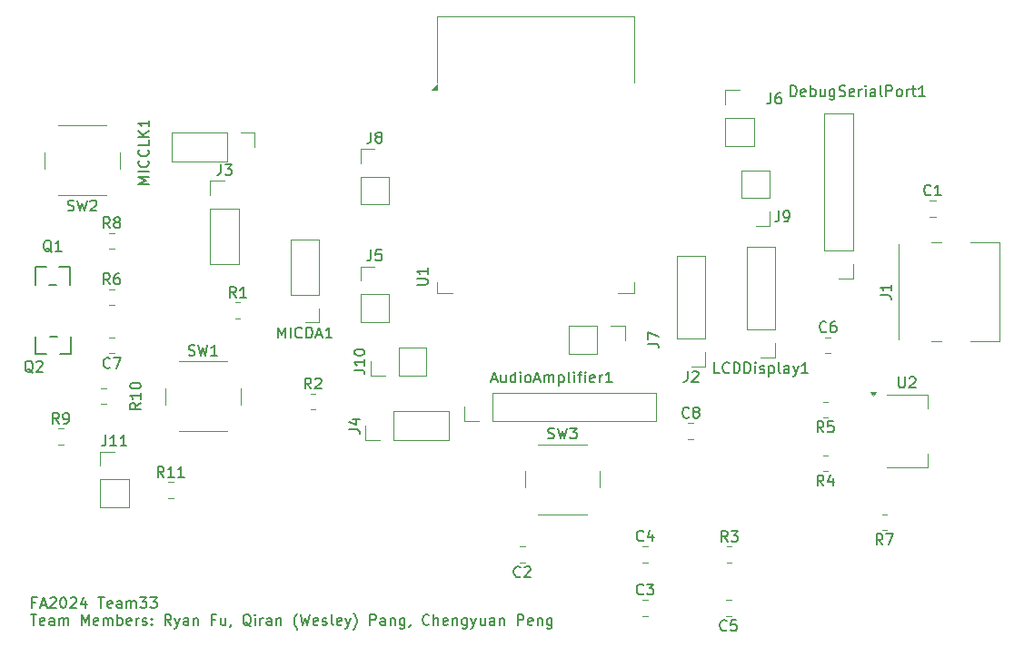
<source format=gbr>
G04 #@! TF.GenerationSoftware,KiCad,Pcbnew,8.0.4*
G04 #@! TF.CreationDate,2024-11-04T17:51:44-06:00*
G04 #@! TF.ProjectId,final_project_v0.1,66696e61-6c5f-4707-926f-6a6563745f76,rev?*
G04 #@! TF.SameCoordinates,Original*
G04 #@! TF.FileFunction,Legend,Top*
G04 #@! TF.FilePolarity,Positive*
%FSLAX46Y46*%
G04 Gerber Fmt 4.6, Leading zero omitted, Abs format (unit mm)*
G04 Created by KiCad (PCBNEW 8.0.4) date 2024-11-04 17:51:44*
%MOMM*%
%LPD*%
G01*
G04 APERTURE LIST*
%ADD10C,0.150000*%
%ADD11C,0.120000*%
%ADD12C,0.152400*%
G04 APERTURE END LIST*
D10*
X86920112Y-140486065D02*
X86586779Y-140486065D01*
X86586779Y-141009875D02*
X86586779Y-140009875D01*
X86586779Y-140009875D02*
X87062969Y-140009875D01*
X87396303Y-140724160D02*
X87872493Y-140724160D01*
X87301065Y-141009875D02*
X87634398Y-140009875D01*
X87634398Y-140009875D02*
X87967731Y-141009875D01*
X88253446Y-140105113D02*
X88301065Y-140057494D01*
X88301065Y-140057494D02*
X88396303Y-140009875D01*
X88396303Y-140009875D02*
X88634398Y-140009875D01*
X88634398Y-140009875D02*
X88729636Y-140057494D01*
X88729636Y-140057494D02*
X88777255Y-140105113D01*
X88777255Y-140105113D02*
X88824874Y-140200351D01*
X88824874Y-140200351D02*
X88824874Y-140295589D01*
X88824874Y-140295589D02*
X88777255Y-140438446D01*
X88777255Y-140438446D02*
X88205827Y-141009875D01*
X88205827Y-141009875D02*
X88824874Y-141009875D01*
X89443922Y-140009875D02*
X89539160Y-140009875D01*
X89539160Y-140009875D02*
X89634398Y-140057494D01*
X89634398Y-140057494D02*
X89682017Y-140105113D01*
X89682017Y-140105113D02*
X89729636Y-140200351D01*
X89729636Y-140200351D02*
X89777255Y-140390827D01*
X89777255Y-140390827D02*
X89777255Y-140628922D01*
X89777255Y-140628922D02*
X89729636Y-140819398D01*
X89729636Y-140819398D02*
X89682017Y-140914636D01*
X89682017Y-140914636D02*
X89634398Y-140962256D01*
X89634398Y-140962256D02*
X89539160Y-141009875D01*
X89539160Y-141009875D02*
X89443922Y-141009875D01*
X89443922Y-141009875D02*
X89348684Y-140962256D01*
X89348684Y-140962256D02*
X89301065Y-140914636D01*
X89301065Y-140914636D02*
X89253446Y-140819398D01*
X89253446Y-140819398D02*
X89205827Y-140628922D01*
X89205827Y-140628922D02*
X89205827Y-140390827D01*
X89205827Y-140390827D02*
X89253446Y-140200351D01*
X89253446Y-140200351D02*
X89301065Y-140105113D01*
X89301065Y-140105113D02*
X89348684Y-140057494D01*
X89348684Y-140057494D02*
X89443922Y-140009875D01*
X90158208Y-140105113D02*
X90205827Y-140057494D01*
X90205827Y-140057494D02*
X90301065Y-140009875D01*
X90301065Y-140009875D02*
X90539160Y-140009875D01*
X90539160Y-140009875D02*
X90634398Y-140057494D01*
X90634398Y-140057494D02*
X90682017Y-140105113D01*
X90682017Y-140105113D02*
X90729636Y-140200351D01*
X90729636Y-140200351D02*
X90729636Y-140295589D01*
X90729636Y-140295589D02*
X90682017Y-140438446D01*
X90682017Y-140438446D02*
X90110589Y-141009875D01*
X90110589Y-141009875D02*
X90729636Y-141009875D01*
X91586779Y-140343208D02*
X91586779Y-141009875D01*
X91348684Y-139962256D02*
X91110589Y-140676541D01*
X91110589Y-140676541D02*
X91729636Y-140676541D01*
X92729637Y-140009875D02*
X93301065Y-140009875D01*
X93015351Y-141009875D02*
X93015351Y-140009875D01*
X94015351Y-140962256D02*
X93920113Y-141009875D01*
X93920113Y-141009875D02*
X93729637Y-141009875D01*
X93729637Y-141009875D02*
X93634399Y-140962256D01*
X93634399Y-140962256D02*
X93586780Y-140867017D01*
X93586780Y-140867017D02*
X93586780Y-140486065D01*
X93586780Y-140486065D02*
X93634399Y-140390827D01*
X93634399Y-140390827D02*
X93729637Y-140343208D01*
X93729637Y-140343208D02*
X93920113Y-140343208D01*
X93920113Y-140343208D02*
X94015351Y-140390827D01*
X94015351Y-140390827D02*
X94062970Y-140486065D01*
X94062970Y-140486065D02*
X94062970Y-140581303D01*
X94062970Y-140581303D02*
X93586780Y-140676541D01*
X94920113Y-141009875D02*
X94920113Y-140486065D01*
X94920113Y-140486065D02*
X94872494Y-140390827D01*
X94872494Y-140390827D02*
X94777256Y-140343208D01*
X94777256Y-140343208D02*
X94586780Y-140343208D01*
X94586780Y-140343208D02*
X94491542Y-140390827D01*
X94920113Y-140962256D02*
X94824875Y-141009875D01*
X94824875Y-141009875D02*
X94586780Y-141009875D01*
X94586780Y-141009875D02*
X94491542Y-140962256D01*
X94491542Y-140962256D02*
X94443923Y-140867017D01*
X94443923Y-140867017D02*
X94443923Y-140771779D01*
X94443923Y-140771779D02*
X94491542Y-140676541D01*
X94491542Y-140676541D02*
X94586780Y-140628922D01*
X94586780Y-140628922D02*
X94824875Y-140628922D01*
X94824875Y-140628922D02*
X94920113Y-140581303D01*
X95396304Y-141009875D02*
X95396304Y-140343208D01*
X95396304Y-140438446D02*
X95443923Y-140390827D01*
X95443923Y-140390827D02*
X95539161Y-140343208D01*
X95539161Y-140343208D02*
X95682018Y-140343208D01*
X95682018Y-140343208D02*
X95777256Y-140390827D01*
X95777256Y-140390827D02*
X95824875Y-140486065D01*
X95824875Y-140486065D02*
X95824875Y-141009875D01*
X95824875Y-140486065D02*
X95872494Y-140390827D01*
X95872494Y-140390827D02*
X95967732Y-140343208D01*
X95967732Y-140343208D02*
X96110589Y-140343208D01*
X96110589Y-140343208D02*
X96205828Y-140390827D01*
X96205828Y-140390827D02*
X96253447Y-140486065D01*
X96253447Y-140486065D02*
X96253447Y-141009875D01*
X96634399Y-140009875D02*
X97253446Y-140009875D01*
X97253446Y-140009875D02*
X96920113Y-140390827D01*
X96920113Y-140390827D02*
X97062970Y-140390827D01*
X97062970Y-140390827D02*
X97158208Y-140438446D01*
X97158208Y-140438446D02*
X97205827Y-140486065D01*
X97205827Y-140486065D02*
X97253446Y-140581303D01*
X97253446Y-140581303D02*
X97253446Y-140819398D01*
X97253446Y-140819398D02*
X97205827Y-140914636D01*
X97205827Y-140914636D02*
X97158208Y-140962256D01*
X97158208Y-140962256D02*
X97062970Y-141009875D01*
X97062970Y-141009875D02*
X96777256Y-141009875D01*
X96777256Y-141009875D02*
X96682018Y-140962256D01*
X96682018Y-140962256D02*
X96634399Y-140914636D01*
X97586780Y-140009875D02*
X98205827Y-140009875D01*
X98205827Y-140009875D02*
X97872494Y-140390827D01*
X97872494Y-140390827D02*
X98015351Y-140390827D01*
X98015351Y-140390827D02*
X98110589Y-140438446D01*
X98110589Y-140438446D02*
X98158208Y-140486065D01*
X98158208Y-140486065D02*
X98205827Y-140581303D01*
X98205827Y-140581303D02*
X98205827Y-140819398D01*
X98205827Y-140819398D02*
X98158208Y-140914636D01*
X98158208Y-140914636D02*
X98110589Y-140962256D01*
X98110589Y-140962256D02*
X98015351Y-141009875D01*
X98015351Y-141009875D02*
X97729637Y-141009875D01*
X97729637Y-141009875D02*
X97634399Y-140962256D01*
X97634399Y-140962256D02*
X97586780Y-140914636D01*
X86443922Y-141619819D02*
X87015350Y-141619819D01*
X86729636Y-142619819D02*
X86729636Y-141619819D01*
X87729636Y-142572200D02*
X87634398Y-142619819D01*
X87634398Y-142619819D02*
X87443922Y-142619819D01*
X87443922Y-142619819D02*
X87348684Y-142572200D01*
X87348684Y-142572200D02*
X87301065Y-142476961D01*
X87301065Y-142476961D02*
X87301065Y-142096009D01*
X87301065Y-142096009D02*
X87348684Y-142000771D01*
X87348684Y-142000771D02*
X87443922Y-141953152D01*
X87443922Y-141953152D02*
X87634398Y-141953152D01*
X87634398Y-141953152D02*
X87729636Y-142000771D01*
X87729636Y-142000771D02*
X87777255Y-142096009D01*
X87777255Y-142096009D02*
X87777255Y-142191247D01*
X87777255Y-142191247D02*
X87301065Y-142286485D01*
X88634398Y-142619819D02*
X88634398Y-142096009D01*
X88634398Y-142096009D02*
X88586779Y-142000771D01*
X88586779Y-142000771D02*
X88491541Y-141953152D01*
X88491541Y-141953152D02*
X88301065Y-141953152D01*
X88301065Y-141953152D02*
X88205827Y-142000771D01*
X88634398Y-142572200D02*
X88539160Y-142619819D01*
X88539160Y-142619819D02*
X88301065Y-142619819D01*
X88301065Y-142619819D02*
X88205827Y-142572200D01*
X88205827Y-142572200D02*
X88158208Y-142476961D01*
X88158208Y-142476961D02*
X88158208Y-142381723D01*
X88158208Y-142381723D02*
X88205827Y-142286485D01*
X88205827Y-142286485D02*
X88301065Y-142238866D01*
X88301065Y-142238866D02*
X88539160Y-142238866D01*
X88539160Y-142238866D02*
X88634398Y-142191247D01*
X89110589Y-142619819D02*
X89110589Y-141953152D01*
X89110589Y-142048390D02*
X89158208Y-142000771D01*
X89158208Y-142000771D02*
X89253446Y-141953152D01*
X89253446Y-141953152D02*
X89396303Y-141953152D01*
X89396303Y-141953152D02*
X89491541Y-142000771D01*
X89491541Y-142000771D02*
X89539160Y-142096009D01*
X89539160Y-142096009D02*
X89539160Y-142619819D01*
X89539160Y-142096009D02*
X89586779Y-142000771D01*
X89586779Y-142000771D02*
X89682017Y-141953152D01*
X89682017Y-141953152D02*
X89824874Y-141953152D01*
X89824874Y-141953152D02*
X89920113Y-142000771D01*
X89920113Y-142000771D02*
X89967732Y-142096009D01*
X89967732Y-142096009D02*
X89967732Y-142619819D01*
X91205827Y-142619819D02*
X91205827Y-141619819D01*
X91205827Y-141619819D02*
X91539160Y-142334104D01*
X91539160Y-142334104D02*
X91872493Y-141619819D01*
X91872493Y-141619819D02*
X91872493Y-142619819D01*
X92729636Y-142572200D02*
X92634398Y-142619819D01*
X92634398Y-142619819D02*
X92443922Y-142619819D01*
X92443922Y-142619819D02*
X92348684Y-142572200D01*
X92348684Y-142572200D02*
X92301065Y-142476961D01*
X92301065Y-142476961D02*
X92301065Y-142096009D01*
X92301065Y-142096009D02*
X92348684Y-142000771D01*
X92348684Y-142000771D02*
X92443922Y-141953152D01*
X92443922Y-141953152D02*
X92634398Y-141953152D01*
X92634398Y-141953152D02*
X92729636Y-142000771D01*
X92729636Y-142000771D02*
X92777255Y-142096009D01*
X92777255Y-142096009D02*
X92777255Y-142191247D01*
X92777255Y-142191247D02*
X92301065Y-142286485D01*
X93205827Y-142619819D02*
X93205827Y-141953152D01*
X93205827Y-142048390D02*
X93253446Y-142000771D01*
X93253446Y-142000771D02*
X93348684Y-141953152D01*
X93348684Y-141953152D02*
X93491541Y-141953152D01*
X93491541Y-141953152D02*
X93586779Y-142000771D01*
X93586779Y-142000771D02*
X93634398Y-142096009D01*
X93634398Y-142096009D02*
X93634398Y-142619819D01*
X93634398Y-142096009D02*
X93682017Y-142000771D01*
X93682017Y-142000771D02*
X93777255Y-141953152D01*
X93777255Y-141953152D02*
X93920112Y-141953152D01*
X93920112Y-141953152D02*
X94015351Y-142000771D01*
X94015351Y-142000771D02*
X94062970Y-142096009D01*
X94062970Y-142096009D02*
X94062970Y-142619819D01*
X94539160Y-142619819D02*
X94539160Y-141619819D01*
X94539160Y-142000771D02*
X94634398Y-141953152D01*
X94634398Y-141953152D02*
X94824874Y-141953152D01*
X94824874Y-141953152D02*
X94920112Y-142000771D01*
X94920112Y-142000771D02*
X94967731Y-142048390D01*
X94967731Y-142048390D02*
X95015350Y-142143628D01*
X95015350Y-142143628D02*
X95015350Y-142429342D01*
X95015350Y-142429342D02*
X94967731Y-142524580D01*
X94967731Y-142524580D02*
X94920112Y-142572200D01*
X94920112Y-142572200D02*
X94824874Y-142619819D01*
X94824874Y-142619819D02*
X94634398Y-142619819D01*
X94634398Y-142619819D02*
X94539160Y-142572200D01*
X95824874Y-142572200D02*
X95729636Y-142619819D01*
X95729636Y-142619819D02*
X95539160Y-142619819D01*
X95539160Y-142619819D02*
X95443922Y-142572200D01*
X95443922Y-142572200D02*
X95396303Y-142476961D01*
X95396303Y-142476961D02*
X95396303Y-142096009D01*
X95396303Y-142096009D02*
X95443922Y-142000771D01*
X95443922Y-142000771D02*
X95539160Y-141953152D01*
X95539160Y-141953152D02*
X95729636Y-141953152D01*
X95729636Y-141953152D02*
X95824874Y-142000771D01*
X95824874Y-142000771D02*
X95872493Y-142096009D01*
X95872493Y-142096009D02*
X95872493Y-142191247D01*
X95872493Y-142191247D02*
X95396303Y-142286485D01*
X96301065Y-142619819D02*
X96301065Y-141953152D01*
X96301065Y-142143628D02*
X96348684Y-142048390D01*
X96348684Y-142048390D02*
X96396303Y-142000771D01*
X96396303Y-142000771D02*
X96491541Y-141953152D01*
X96491541Y-141953152D02*
X96586779Y-141953152D01*
X96872494Y-142572200D02*
X96967732Y-142619819D01*
X96967732Y-142619819D02*
X97158208Y-142619819D01*
X97158208Y-142619819D02*
X97253446Y-142572200D01*
X97253446Y-142572200D02*
X97301065Y-142476961D01*
X97301065Y-142476961D02*
X97301065Y-142429342D01*
X97301065Y-142429342D02*
X97253446Y-142334104D01*
X97253446Y-142334104D02*
X97158208Y-142286485D01*
X97158208Y-142286485D02*
X97015351Y-142286485D01*
X97015351Y-142286485D02*
X96920113Y-142238866D01*
X96920113Y-142238866D02*
X96872494Y-142143628D01*
X96872494Y-142143628D02*
X96872494Y-142096009D01*
X96872494Y-142096009D02*
X96920113Y-142000771D01*
X96920113Y-142000771D02*
X97015351Y-141953152D01*
X97015351Y-141953152D02*
X97158208Y-141953152D01*
X97158208Y-141953152D02*
X97253446Y-142000771D01*
X97729637Y-142524580D02*
X97777256Y-142572200D01*
X97777256Y-142572200D02*
X97729637Y-142619819D01*
X97729637Y-142619819D02*
X97682018Y-142572200D01*
X97682018Y-142572200D02*
X97729637Y-142524580D01*
X97729637Y-142524580D02*
X97729637Y-142619819D01*
X97729637Y-142000771D02*
X97777256Y-142048390D01*
X97777256Y-142048390D02*
X97729637Y-142096009D01*
X97729637Y-142096009D02*
X97682018Y-142048390D01*
X97682018Y-142048390D02*
X97729637Y-142000771D01*
X97729637Y-142000771D02*
X97729637Y-142096009D01*
X99539160Y-142619819D02*
X99205827Y-142143628D01*
X98967732Y-142619819D02*
X98967732Y-141619819D01*
X98967732Y-141619819D02*
X99348684Y-141619819D01*
X99348684Y-141619819D02*
X99443922Y-141667438D01*
X99443922Y-141667438D02*
X99491541Y-141715057D01*
X99491541Y-141715057D02*
X99539160Y-141810295D01*
X99539160Y-141810295D02*
X99539160Y-141953152D01*
X99539160Y-141953152D02*
X99491541Y-142048390D01*
X99491541Y-142048390D02*
X99443922Y-142096009D01*
X99443922Y-142096009D02*
X99348684Y-142143628D01*
X99348684Y-142143628D02*
X98967732Y-142143628D01*
X99872494Y-141953152D02*
X100110589Y-142619819D01*
X100348684Y-141953152D02*
X100110589Y-142619819D01*
X100110589Y-142619819D02*
X100015351Y-142857914D01*
X100015351Y-142857914D02*
X99967732Y-142905533D01*
X99967732Y-142905533D02*
X99872494Y-142953152D01*
X101158208Y-142619819D02*
X101158208Y-142096009D01*
X101158208Y-142096009D02*
X101110589Y-142000771D01*
X101110589Y-142000771D02*
X101015351Y-141953152D01*
X101015351Y-141953152D02*
X100824875Y-141953152D01*
X100824875Y-141953152D02*
X100729637Y-142000771D01*
X101158208Y-142572200D02*
X101062970Y-142619819D01*
X101062970Y-142619819D02*
X100824875Y-142619819D01*
X100824875Y-142619819D02*
X100729637Y-142572200D01*
X100729637Y-142572200D02*
X100682018Y-142476961D01*
X100682018Y-142476961D02*
X100682018Y-142381723D01*
X100682018Y-142381723D02*
X100729637Y-142286485D01*
X100729637Y-142286485D02*
X100824875Y-142238866D01*
X100824875Y-142238866D02*
X101062970Y-142238866D01*
X101062970Y-142238866D02*
X101158208Y-142191247D01*
X101634399Y-141953152D02*
X101634399Y-142619819D01*
X101634399Y-142048390D02*
X101682018Y-142000771D01*
X101682018Y-142000771D02*
X101777256Y-141953152D01*
X101777256Y-141953152D02*
X101920113Y-141953152D01*
X101920113Y-141953152D02*
X102015351Y-142000771D01*
X102015351Y-142000771D02*
X102062970Y-142096009D01*
X102062970Y-142096009D02*
X102062970Y-142619819D01*
X103634399Y-142096009D02*
X103301066Y-142096009D01*
X103301066Y-142619819D02*
X103301066Y-141619819D01*
X103301066Y-141619819D02*
X103777256Y-141619819D01*
X104586780Y-141953152D02*
X104586780Y-142619819D01*
X104158209Y-141953152D02*
X104158209Y-142476961D01*
X104158209Y-142476961D02*
X104205828Y-142572200D01*
X104205828Y-142572200D02*
X104301066Y-142619819D01*
X104301066Y-142619819D02*
X104443923Y-142619819D01*
X104443923Y-142619819D02*
X104539161Y-142572200D01*
X104539161Y-142572200D02*
X104586780Y-142524580D01*
X105110590Y-142572200D02*
X105110590Y-142619819D01*
X105110590Y-142619819D02*
X105062971Y-142715057D01*
X105062971Y-142715057D02*
X105015352Y-142762676D01*
X106967732Y-142715057D02*
X106872494Y-142667438D01*
X106872494Y-142667438D02*
X106777256Y-142572200D01*
X106777256Y-142572200D02*
X106634399Y-142429342D01*
X106634399Y-142429342D02*
X106539161Y-142381723D01*
X106539161Y-142381723D02*
X106443923Y-142381723D01*
X106491542Y-142619819D02*
X106396304Y-142572200D01*
X106396304Y-142572200D02*
X106301066Y-142476961D01*
X106301066Y-142476961D02*
X106253447Y-142286485D01*
X106253447Y-142286485D02*
X106253447Y-141953152D01*
X106253447Y-141953152D02*
X106301066Y-141762676D01*
X106301066Y-141762676D02*
X106396304Y-141667438D01*
X106396304Y-141667438D02*
X106491542Y-141619819D01*
X106491542Y-141619819D02*
X106682018Y-141619819D01*
X106682018Y-141619819D02*
X106777256Y-141667438D01*
X106777256Y-141667438D02*
X106872494Y-141762676D01*
X106872494Y-141762676D02*
X106920113Y-141953152D01*
X106920113Y-141953152D02*
X106920113Y-142286485D01*
X106920113Y-142286485D02*
X106872494Y-142476961D01*
X106872494Y-142476961D02*
X106777256Y-142572200D01*
X106777256Y-142572200D02*
X106682018Y-142619819D01*
X106682018Y-142619819D02*
X106491542Y-142619819D01*
X107348685Y-142619819D02*
X107348685Y-141953152D01*
X107348685Y-141619819D02*
X107301066Y-141667438D01*
X107301066Y-141667438D02*
X107348685Y-141715057D01*
X107348685Y-141715057D02*
X107396304Y-141667438D01*
X107396304Y-141667438D02*
X107348685Y-141619819D01*
X107348685Y-141619819D02*
X107348685Y-141715057D01*
X107824875Y-142619819D02*
X107824875Y-141953152D01*
X107824875Y-142143628D02*
X107872494Y-142048390D01*
X107872494Y-142048390D02*
X107920113Y-142000771D01*
X107920113Y-142000771D02*
X108015351Y-141953152D01*
X108015351Y-141953152D02*
X108110589Y-141953152D01*
X108872494Y-142619819D02*
X108872494Y-142096009D01*
X108872494Y-142096009D02*
X108824875Y-142000771D01*
X108824875Y-142000771D02*
X108729637Y-141953152D01*
X108729637Y-141953152D02*
X108539161Y-141953152D01*
X108539161Y-141953152D02*
X108443923Y-142000771D01*
X108872494Y-142572200D02*
X108777256Y-142619819D01*
X108777256Y-142619819D02*
X108539161Y-142619819D01*
X108539161Y-142619819D02*
X108443923Y-142572200D01*
X108443923Y-142572200D02*
X108396304Y-142476961D01*
X108396304Y-142476961D02*
X108396304Y-142381723D01*
X108396304Y-142381723D02*
X108443923Y-142286485D01*
X108443923Y-142286485D02*
X108539161Y-142238866D01*
X108539161Y-142238866D02*
X108777256Y-142238866D01*
X108777256Y-142238866D02*
X108872494Y-142191247D01*
X109348685Y-141953152D02*
X109348685Y-142619819D01*
X109348685Y-142048390D02*
X109396304Y-142000771D01*
X109396304Y-142000771D02*
X109491542Y-141953152D01*
X109491542Y-141953152D02*
X109634399Y-141953152D01*
X109634399Y-141953152D02*
X109729637Y-142000771D01*
X109729637Y-142000771D02*
X109777256Y-142096009D01*
X109777256Y-142096009D02*
X109777256Y-142619819D01*
X111301066Y-143000771D02*
X111253447Y-142953152D01*
X111253447Y-142953152D02*
X111158209Y-142810295D01*
X111158209Y-142810295D02*
X111110590Y-142715057D01*
X111110590Y-142715057D02*
X111062971Y-142572200D01*
X111062971Y-142572200D02*
X111015352Y-142334104D01*
X111015352Y-142334104D02*
X111015352Y-142143628D01*
X111015352Y-142143628D02*
X111062971Y-141905533D01*
X111062971Y-141905533D02*
X111110590Y-141762676D01*
X111110590Y-141762676D02*
X111158209Y-141667438D01*
X111158209Y-141667438D02*
X111253447Y-141524580D01*
X111253447Y-141524580D02*
X111301066Y-141476961D01*
X111586781Y-141619819D02*
X111824876Y-142619819D01*
X111824876Y-142619819D02*
X112015352Y-141905533D01*
X112015352Y-141905533D02*
X112205828Y-142619819D01*
X112205828Y-142619819D02*
X112443924Y-141619819D01*
X113205828Y-142572200D02*
X113110590Y-142619819D01*
X113110590Y-142619819D02*
X112920114Y-142619819D01*
X112920114Y-142619819D02*
X112824876Y-142572200D01*
X112824876Y-142572200D02*
X112777257Y-142476961D01*
X112777257Y-142476961D02*
X112777257Y-142096009D01*
X112777257Y-142096009D02*
X112824876Y-142000771D01*
X112824876Y-142000771D02*
X112920114Y-141953152D01*
X112920114Y-141953152D02*
X113110590Y-141953152D01*
X113110590Y-141953152D02*
X113205828Y-142000771D01*
X113205828Y-142000771D02*
X113253447Y-142096009D01*
X113253447Y-142096009D02*
X113253447Y-142191247D01*
X113253447Y-142191247D02*
X112777257Y-142286485D01*
X113634400Y-142572200D02*
X113729638Y-142619819D01*
X113729638Y-142619819D02*
X113920114Y-142619819D01*
X113920114Y-142619819D02*
X114015352Y-142572200D01*
X114015352Y-142572200D02*
X114062971Y-142476961D01*
X114062971Y-142476961D02*
X114062971Y-142429342D01*
X114062971Y-142429342D02*
X114015352Y-142334104D01*
X114015352Y-142334104D02*
X113920114Y-142286485D01*
X113920114Y-142286485D02*
X113777257Y-142286485D01*
X113777257Y-142286485D02*
X113682019Y-142238866D01*
X113682019Y-142238866D02*
X113634400Y-142143628D01*
X113634400Y-142143628D02*
X113634400Y-142096009D01*
X113634400Y-142096009D02*
X113682019Y-142000771D01*
X113682019Y-142000771D02*
X113777257Y-141953152D01*
X113777257Y-141953152D02*
X113920114Y-141953152D01*
X113920114Y-141953152D02*
X114015352Y-142000771D01*
X114634400Y-142619819D02*
X114539162Y-142572200D01*
X114539162Y-142572200D02*
X114491543Y-142476961D01*
X114491543Y-142476961D02*
X114491543Y-141619819D01*
X115396305Y-142572200D02*
X115301067Y-142619819D01*
X115301067Y-142619819D02*
X115110591Y-142619819D01*
X115110591Y-142619819D02*
X115015353Y-142572200D01*
X115015353Y-142572200D02*
X114967734Y-142476961D01*
X114967734Y-142476961D02*
X114967734Y-142096009D01*
X114967734Y-142096009D02*
X115015353Y-142000771D01*
X115015353Y-142000771D02*
X115110591Y-141953152D01*
X115110591Y-141953152D02*
X115301067Y-141953152D01*
X115301067Y-141953152D02*
X115396305Y-142000771D01*
X115396305Y-142000771D02*
X115443924Y-142096009D01*
X115443924Y-142096009D02*
X115443924Y-142191247D01*
X115443924Y-142191247D02*
X114967734Y-142286485D01*
X115777258Y-141953152D02*
X116015353Y-142619819D01*
X116253448Y-141953152D02*
X116015353Y-142619819D01*
X116015353Y-142619819D02*
X115920115Y-142857914D01*
X115920115Y-142857914D02*
X115872496Y-142905533D01*
X115872496Y-142905533D02*
X115777258Y-142953152D01*
X116539163Y-143000771D02*
X116586782Y-142953152D01*
X116586782Y-142953152D02*
X116682020Y-142810295D01*
X116682020Y-142810295D02*
X116729639Y-142715057D01*
X116729639Y-142715057D02*
X116777258Y-142572200D01*
X116777258Y-142572200D02*
X116824877Y-142334104D01*
X116824877Y-142334104D02*
X116824877Y-142143628D01*
X116824877Y-142143628D02*
X116777258Y-141905533D01*
X116777258Y-141905533D02*
X116729639Y-141762676D01*
X116729639Y-141762676D02*
X116682020Y-141667438D01*
X116682020Y-141667438D02*
X116586782Y-141524580D01*
X116586782Y-141524580D02*
X116539163Y-141476961D01*
X118062973Y-142619819D02*
X118062973Y-141619819D01*
X118062973Y-141619819D02*
X118443925Y-141619819D01*
X118443925Y-141619819D02*
X118539163Y-141667438D01*
X118539163Y-141667438D02*
X118586782Y-141715057D01*
X118586782Y-141715057D02*
X118634401Y-141810295D01*
X118634401Y-141810295D02*
X118634401Y-141953152D01*
X118634401Y-141953152D02*
X118586782Y-142048390D01*
X118586782Y-142048390D02*
X118539163Y-142096009D01*
X118539163Y-142096009D02*
X118443925Y-142143628D01*
X118443925Y-142143628D02*
X118062973Y-142143628D01*
X119491544Y-142619819D02*
X119491544Y-142096009D01*
X119491544Y-142096009D02*
X119443925Y-142000771D01*
X119443925Y-142000771D02*
X119348687Y-141953152D01*
X119348687Y-141953152D02*
X119158211Y-141953152D01*
X119158211Y-141953152D02*
X119062973Y-142000771D01*
X119491544Y-142572200D02*
X119396306Y-142619819D01*
X119396306Y-142619819D02*
X119158211Y-142619819D01*
X119158211Y-142619819D02*
X119062973Y-142572200D01*
X119062973Y-142572200D02*
X119015354Y-142476961D01*
X119015354Y-142476961D02*
X119015354Y-142381723D01*
X119015354Y-142381723D02*
X119062973Y-142286485D01*
X119062973Y-142286485D02*
X119158211Y-142238866D01*
X119158211Y-142238866D02*
X119396306Y-142238866D01*
X119396306Y-142238866D02*
X119491544Y-142191247D01*
X119967735Y-141953152D02*
X119967735Y-142619819D01*
X119967735Y-142048390D02*
X120015354Y-142000771D01*
X120015354Y-142000771D02*
X120110592Y-141953152D01*
X120110592Y-141953152D02*
X120253449Y-141953152D01*
X120253449Y-141953152D02*
X120348687Y-142000771D01*
X120348687Y-142000771D02*
X120396306Y-142096009D01*
X120396306Y-142096009D02*
X120396306Y-142619819D01*
X121301068Y-141953152D02*
X121301068Y-142762676D01*
X121301068Y-142762676D02*
X121253449Y-142857914D01*
X121253449Y-142857914D02*
X121205830Y-142905533D01*
X121205830Y-142905533D02*
X121110592Y-142953152D01*
X121110592Y-142953152D02*
X120967735Y-142953152D01*
X120967735Y-142953152D02*
X120872497Y-142905533D01*
X121301068Y-142572200D02*
X121205830Y-142619819D01*
X121205830Y-142619819D02*
X121015354Y-142619819D01*
X121015354Y-142619819D02*
X120920116Y-142572200D01*
X120920116Y-142572200D02*
X120872497Y-142524580D01*
X120872497Y-142524580D02*
X120824878Y-142429342D01*
X120824878Y-142429342D02*
X120824878Y-142143628D01*
X120824878Y-142143628D02*
X120872497Y-142048390D01*
X120872497Y-142048390D02*
X120920116Y-142000771D01*
X120920116Y-142000771D02*
X121015354Y-141953152D01*
X121015354Y-141953152D02*
X121205830Y-141953152D01*
X121205830Y-141953152D02*
X121301068Y-142000771D01*
X121824878Y-142572200D02*
X121824878Y-142619819D01*
X121824878Y-142619819D02*
X121777259Y-142715057D01*
X121777259Y-142715057D02*
X121729640Y-142762676D01*
X123586782Y-142524580D02*
X123539163Y-142572200D01*
X123539163Y-142572200D02*
X123396306Y-142619819D01*
X123396306Y-142619819D02*
X123301068Y-142619819D01*
X123301068Y-142619819D02*
X123158211Y-142572200D01*
X123158211Y-142572200D02*
X123062973Y-142476961D01*
X123062973Y-142476961D02*
X123015354Y-142381723D01*
X123015354Y-142381723D02*
X122967735Y-142191247D01*
X122967735Y-142191247D02*
X122967735Y-142048390D01*
X122967735Y-142048390D02*
X123015354Y-141857914D01*
X123015354Y-141857914D02*
X123062973Y-141762676D01*
X123062973Y-141762676D02*
X123158211Y-141667438D01*
X123158211Y-141667438D02*
X123301068Y-141619819D01*
X123301068Y-141619819D02*
X123396306Y-141619819D01*
X123396306Y-141619819D02*
X123539163Y-141667438D01*
X123539163Y-141667438D02*
X123586782Y-141715057D01*
X124015354Y-142619819D02*
X124015354Y-141619819D01*
X124443925Y-142619819D02*
X124443925Y-142096009D01*
X124443925Y-142096009D02*
X124396306Y-142000771D01*
X124396306Y-142000771D02*
X124301068Y-141953152D01*
X124301068Y-141953152D02*
X124158211Y-141953152D01*
X124158211Y-141953152D02*
X124062973Y-142000771D01*
X124062973Y-142000771D02*
X124015354Y-142048390D01*
X125301068Y-142572200D02*
X125205830Y-142619819D01*
X125205830Y-142619819D02*
X125015354Y-142619819D01*
X125015354Y-142619819D02*
X124920116Y-142572200D01*
X124920116Y-142572200D02*
X124872497Y-142476961D01*
X124872497Y-142476961D02*
X124872497Y-142096009D01*
X124872497Y-142096009D02*
X124920116Y-142000771D01*
X124920116Y-142000771D02*
X125015354Y-141953152D01*
X125015354Y-141953152D02*
X125205830Y-141953152D01*
X125205830Y-141953152D02*
X125301068Y-142000771D01*
X125301068Y-142000771D02*
X125348687Y-142096009D01*
X125348687Y-142096009D02*
X125348687Y-142191247D01*
X125348687Y-142191247D02*
X124872497Y-142286485D01*
X125777259Y-141953152D02*
X125777259Y-142619819D01*
X125777259Y-142048390D02*
X125824878Y-142000771D01*
X125824878Y-142000771D02*
X125920116Y-141953152D01*
X125920116Y-141953152D02*
X126062973Y-141953152D01*
X126062973Y-141953152D02*
X126158211Y-142000771D01*
X126158211Y-142000771D02*
X126205830Y-142096009D01*
X126205830Y-142096009D02*
X126205830Y-142619819D01*
X127110592Y-141953152D02*
X127110592Y-142762676D01*
X127110592Y-142762676D02*
X127062973Y-142857914D01*
X127062973Y-142857914D02*
X127015354Y-142905533D01*
X127015354Y-142905533D02*
X126920116Y-142953152D01*
X126920116Y-142953152D02*
X126777259Y-142953152D01*
X126777259Y-142953152D02*
X126682021Y-142905533D01*
X127110592Y-142572200D02*
X127015354Y-142619819D01*
X127015354Y-142619819D02*
X126824878Y-142619819D01*
X126824878Y-142619819D02*
X126729640Y-142572200D01*
X126729640Y-142572200D02*
X126682021Y-142524580D01*
X126682021Y-142524580D02*
X126634402Y-142429342D01*
X126634402Y-142429342D02*
X126634402Y-142143628D01*
X126634402Y-142143628D02*
X126682021Y-142048390D01*
X126682021Y-142048390D02*
X126729640Y-142000771D01*
X126729640Y-142000771D02*
X126824878Y-141953152D01*
X126824878Y-141953152D02*
X127015354Y-141953152D01*
X127015354Y-141953152D02*
X127110592Y-142000771D01*
X127491545Y-141953152D02*
X127729640Y-142619819D01*
X127967735Y-141953152D02*
X127729640Y-142619819D01*
X127729640Y-142619819D02*
X127634402Y-142857914D01*
X127634402Y-142857914D02*
X127586783Y-142905533D01*
X127586783Y-142905533D02*
X127491545Y-142953152D01*
X128777259Y-141953152D02*
X128777259Y-142619819D01*
X128348688Y-141953152D02*
X128348688Y-142476961D01*
X128348688Y-142476961D02*
X128396307Y-142572200D01*
X128396307Y-142572200D02*
X128491545Y-142619819D01*
X128491545Y-142619819D02*
X128634402Y-142619819D01*
X128634402Y-142619819D02*
X128729640Y-142572200D01*
X128729640Y-142572200D02*
X128777259Y-142524580D01*
X129682021Y-142619819D02*
X129682021Y-142096009D01*
X129682021Y-142096009D02*
X129634402Y-142000771D01*
X129634402Y-142000771D02*
X129539164Y-141953152D01*
X129539164Y-141953152D02*
X129348688Y-141953152D01*
X129348688Y-141953152D02*
X129253450Y-142000771D01*
X129682021Y-142572200D02*
X129586783Y-142619819D01*
X129586783Y-142619819D02*
X129348688Y-142619819D01*
X129348688Y-142619819D02*
X129253450Y-142572200D01*
X129253450Y-142572200D02*
X129205831Y-142476961D01*
X129205831Y-142476961D02*
X129205831Y-142381723D01*
X129205831Y-142381723D02*
X129253450Y-142286485D01*
X129253450Y-142286485D02*
X129348688Y-142238866D01*
X129348688Y-142238866D02*
X129586783Y-142238866D01*
X129586783Y-142238866D02*
X129682021Y-142191247D01*
X130158212Y-141953152D02*
X130158212Y-142619819D01*
X130158212Y-142048390D02*
X130205831Y-142000771D01*
X130205831Y-142000771D02*
X130301069Y-141953152D01*
X130301069Y-141953152D02*
X130443926Y-141953152D01*
X130443926Y-141953152D02*
X130539164Y-142000771D01*
X130539164Y-142000771D02*
X130586783Y-142096009D01*
X130586783Y-142096009D02*
X130586783Y-142619819D01*
X131824879Y-142619819D02*
X131824879Y-141619819D01*
X131824879Y-141619819D02*
X132205831Y-141619819D01*
X132205831Y-141619819D02*
X132301069Y-141667438D01*
X132301069Y-141667438D02*
X132348688Y-141715057D01*
X132348688Y-141715057D02*
X132396307Y-141810295D01*
X132396307Y-141810295D02*
X132396307Y-141953152D01*
X132396307Y-141953152D02*
X132348688Y-142048390D01*
X132348688Y-142048390D02*
X132301069Y-142096009D01*
X132301069Y-142096009D02*
X132205831Y-142143628D01*
X132205831Y-142143628D02*
X131824879Y-142143628D01*
X133205831Y-142572200D02*
X133110593Y-142619819D01*
X133110593Y-142619819D02*
X132920117Y-142619819D01*
X132920117Y-142619819D02*
X132824879Y-142572200D01*
X132824879Y-142572200D02*
X132777260Y-142476961D01*
X132777260Y-142476961D02*
X132777260Y-142096009D01*
X132777260Y-142096009D02*
X132824879Y-142000771D01*
X132824879Y-142000771D02*
X132920117Y-141953152D01*
X132920117Y-141953152D02*
X133110593Y-141953152D01*
X133110593Y-141953152D02*
X133205831Y-142000771D01*
X133205831Y-142000771D02*
X133253450Y-142096009D01*
X133253450Y-142096009D02*
X133253450Y-142191247D01*
X133253450Y-142191247D02*
X132777260Y-142286485D01*
X133682022Y-141953152D02*
X133682022Y-142619819D01*
X133682022Y-142048390D02*
X133729641Y-142000771D01*
X133729641Y-142000771D02*
X133824879Y-141953152D01*
X133824879Y-141953152D02*
X133967736Y-141953152D01*
X133967736Y-141953152D02*
X134062974Y-142000771D01*
X134062974Y-142000771D02*
X134110593Y-142096009D01*
X134110593Y-142096009D02*
X134110593Y-142619819D01*
X135015355Y-141953152D02*
X135015355Y-142762676D01*
X135015355Y-142762676D02*
X134967736Y-142857914D01*
X134967736Y-142857914D02*
X134920117Y-142905533D01*
X134920117Y-142905533D02*
X134824879Y-142953152D01*
X134824879Y-142953152D02*
X134682022Y-142953152D01*
X134682022Y-142953152D02*
X134586784Y-142905533D01*
X135015355Y-142572200D02*
X134920117Y-142619819D01*
X134920117Y-142619819D02*
X134729641Y-142619819D01*
X134729641Y-142619819D02*
X134634403Y-142572200D01*
X134634403Y-142572200D02*
X134586784Y-142524580D01*
X134586784Y-142524580D02*
X134539165Y-142429342D01*
X134539165Y-142429342D02*
X134539165Y-142143628D01*
X134539165Y-142143628D02*
X134586784Y-142048390D01*
X134586784Y-142048390D02*
X134634403Y-142000771D01*
X134634403Y-142000771D02*
X134729641Y-141953152D01*
X134729641Y-141953152D02*
X134920117Y-141953152D01*
X134920117Y-141953152D02*
X135015355Y-142000771D01*
X112583333Y-120554819D02*
X112250000Y-120078628D01*
X112011905Y-120554819D02*
X112011905Y-119554819D01*
X112011905Y-119554819D02*
X112392857Y-119554819D01*
X112392857Y-119554819D02*
X112488095Y-119602438D01*
X112488095Y-119602438D02*
X112535714Y-119650057D01*
X112535714Y-119650057D02*
X112583333Y-119745295D01*
X112583333Y-119745295D02*
X112583333Y-119888152D01*
X112583333Y-119888152D02*
X112535714Y-119983390D01*
X112535714Y-119983390D02*
X112488095Y-120031009D01*
X112488095Y-120031009D02*
X112392857Y-120078628D01*
X112392857Y-120078628D02*
X112011905Y-120078628D01*
X112964286Y-119650057D02*
X113011905Y-119602438D01*
X113011905Y-119602438D02*
X113107143Y-119554819D01*
X113107143Y-119554819D02*
X113345238Y-119554819D01*
X113345238Y-119554819D02*
X113440476Y-119602438D01*
X113440476Y-119602438D02*
X113488095Y-119650057D01*
X113488095Y-119650057D02*
X113535714Y-119745295D01*
X113535714Y-119745295D02*
X113535714Y-119840533D01*
X113535714Y-119840533D02*
X113488095Y-119983390D01*
X113488095Y-119983390D02*
X112916667Y-120554819D01*
X112916667Y-120554819D02*
X113535714Y-120554819D01*
X160333333Y-124604819D02*
X160000000Y-124128628D01*
X159761905Y-124604819D02*
X159761905Y-123604819D01*
X159761905Y-123604819D02*
X160142857Y-123604819D01*
X160142857Y-123604819D02*
X160238095Y-123652438D01*
X160238095Y-123652438D02*
X160285714Y-123700057D01*
X160285714Y-123700057D02*
X160333333Y-123795295D01*
X160333333Y-123795295D02*
X160333333Y-123938152D01*
X160333333Y-123938152D02*
X160285714Y-124033390D01*
X160285714Y-124033390D02*
X160238095Y-124081009D01*
X160238095Y-124081009D02*
X160142857Y-124128628D01*
X160142857Y-124128628D02*
X159761905Y-124128628D01*
X161238095Y-123604819D02*
X160761905Y-123604819D01*
X160761905Y-123604819D02*
X160714286Y-124081009D01*
X160714286Y-124081009D02*
X160761905Y-124033390D01*
X160761905Y-124033390D02*
X160857143Y-123985771D01*
X160857143Y-123985771D02*
X161095238Y-123985771D01*
X161095238Y-123985771D02*
X161190476Y-124033390D01*
X161190476Y-124033390D02*
X161238095Y-124081009D01*
X161238095Y-124081009D02*
X161285714Y-124176247D01*
X161285714Y-124176247D02*
X161285714Y-124414342D01*
X161285714Y-124414342D02*
X161238095Y-124509580D01*
X161238095Y-124509580D02*
X161190476Y-124557200D01*
X161190476Y-124557200D02*
X161095238Y-124604819D01*
X161095238Y-124604819D02*
X160857143Y-124604819D01*
X160857143Y-124604819D02*
X160761905Y-124557200D01*
X160761905Y-124557200D02*
X160714286Y-124509580D01*
X160583333Y-115179580D02*
X160535714Y-115227200D01*
X160535714Y-115227200D02*
X160392857Y-115274819D01*
X160392857Y-115274819D02*
X160297619Y-115274819D01*
X160297619Y-115274819D02*
X160154762Y-115227200D01*
X160154762Y-115227200D02*
X160059524Y-115131961D01*
X160059524Y-115131961D02*
X160011905Y-115036723D01*
X160011905Y-115036723D02*
X159964286Y-114846247D01*
X159964286Y-114846247D02*
X159964286Y-114703390D01*
X159964286Y-114703390D02*
X160011905Y-114512914D01*
X160011905Y-114512914D02*
X160059524Y-114417676D01*
X160059524Y-114417676D02*
X160154762Y-114322438D01*
X160154762Y-114322438D02*
X160297619Y-114274819D01*
X160297619Y-114274819D02*
X160392857Y-114274819D01*
X160392857Y-114274819D02*
X160535714Y-114322438D01*
X160535714Y-114322438D02*
X160583333Y-114370057D01*
X161440476Y-114274819D02*
X161250000Y-114274819D01*
X161250000Y-114274819D02*
X161154762Y-114322438D01*
X161154762Y-114322438D02*
X161107143Y-114370057D01*
X161107143Y-114370057D02*
X161011905Y-114512914D01*
X161011905Y-114512914D02*
X160964286Y-114703390D01*
X160964286Y-114703390D02*
X160964286Y-115084342D01*
X160964286Y-115084342D02*
X161011905Y-115179580D01*
X161011905Y-115179580D02*
X161059524Y-115227200D01*
X161059524Y-115227200D02*
X161154762Y-115274819D01*
X161154762Y-115274819D02*
X161345238Y-115274819D01*
X161345238Y-115274819D02*
X161440476Y-115227200D01*
X161440476Y-115227200D02*
X161488095Y-115179580D01*
X161488095Y-115179580D02*
X161535714Y-115084342D01*
X161535714Y-115084342D02*
X161535714Y-114846247D01*
X161535714Y-114846247D02*
X161488095Y-114751009D01*
X161488095Y-114751009D02*
X161440476Y-114703390D01*
X161440476Y-114703390D02*
X161345238Y-114655771D01*
X161345238Y-114655771D02*
X161154762Y-114655771D01*
X161154762Y-114655771D02*
X161059524Y-114703390D01*
X161059524Y-114703390D02*
X161011905Y-114751009D01*
X161011905Y-114751009D02*
X160964286Y-114846247D01*
X89916667Y-103907200D02*
X90059524Y-103954819D01*
X90059524Y-103954819D02*
X90297619Y-103954819D01*
X90297619Y-103954819D02*
X90392857Y-103907200D01*
X90392857Y-103907200D02*
X90440476Y-103859580D01*
X90440476Y-103859580D02*
X90488095Y-103764342D01*
X90488095Y-103764342D02*
X90488095Y-103669104D01*
X90488095Y-103669104D02*
X90440476Y-103573866D01*
X90440476Y-103573866D02*
X90392857Y-103526247D01*
X90392857Y-103526247D02*
X90297619Y-103478628D01*
X90297619Y-103478628D02*
X90107143Y-103431009D01*
X90107143Y-103431009D02*
X90011905Y-103383390D01*
X90011905Y-103383390D02*
X89964286Y-103335771D01*
X89964286Y-103335771D02*
X89916667Y-103240533D01*
X89916667Y-103240533D02*
X89916667Y-103145295D01*
X89916667Y-103145295D02*
X89964286Y-103050057D01*
X89964286Y-103050057D02*
X90011905Y-103002438D01*
X90011905Y-103002438D02*
X90107143Y-102954819D01*
X90107143Y-102954819D02*
X90345238Y-102954819D01*
X90345238Y-102954819D02*
X90488095Y-103002438D01*
X90821429Y-102954819D02*
X91059524Y-103954819D01*
X91059524Y-103954819D02*
X91250000Y-103240533D01*
X91250000Y-103240533D02*
X91440476Y-103954819D01*
X91440476Y-103954819D02*
X91678572Y-102954819D01*
X92011905Y-103050057D02*
X92059524Y-103002438D01*
X92059524Y-103002438D02*
X92154762Y-102954819D01*
X92154762Y-102954819D02*
X92392857Y-102954819D01*
X92392857Y-102954819D02*
X92488095Y-103002438D01*
X92488095Y-103002438D02*
X92535714Y-103050057D01*
X92535714Y-103050057D02*
X92583333Y-103145295D01*
X92583333Y-103145295D02*
X92583333Y-103240533D01*
X92583333Y-103240533D02*
X92535714Y-103383390D01*
X92535714Y-103383390D02*
X91964286Y-103954819D01*
X91964286Y-103954819D02*
X92583333Y-103954819D01*
X147795833Y-123179580D02*
X147748214Y-123227200D01*
X147748214Y-123227200D02*
X147605357Y-123274819D01*
X147605357Y-123274819D02*
X147510119Y-123274819D01*
X147510119Y-123274819D02*
X147367262Y-123227200D01*
X147367262Y-123227200D02*
X147272024Y-123131961D01*
X147272024Y-123131961D02*
X147224405Y-123036723D01*
X147224405Y-123036723D02*
X147176786Y-122846247D01*
X147176786Y-122846247D02*
X147176786Y-122703390D01*
X147176786Y-122703390D02*
X147224405Y-122512914D01*
X147224405Y-122512914D02*
X147272024Y-122417676D01*
X147272024Y-122417676D02*
X147367262Y-122322438D01*
X147367262Y-122322438D02*
X147510119Y-122274819D01*
X147510119Y-122274819D02*
X147605357Y-122274819D01*
X147605357Y-122274819D02*
X147748214Y-122322438D01*
X147748214Y-122322438D02*
X147795833Y-122370057D01*
X148367262Y-122703390D02*
X148272024Y-122655771D01*
X148272024Y-122655771D02*
X148224405Y-122608152D01*
X148224405Y-122608152D02*
X148176786Y-122512914D01*
X148176786Y-122512914D02*
X148176786Y-122465295D01*
X148176786Y-122465295D02*
X148224405Y-122370057D01*
X148224405Y-122370057D02*
X148272024Y-122322438D01*
X148272024Y-122322438D02*
X148367262Y-122274819D01*
X148367262Y-122274819D02*
X148557738Y-122274819D01*
X148557738Y-122274819D02*
X148652976Y-122322438D01*
X148652976Y-122322438D02*
X148700595Y-122370057D01*
X148700595Y-122370057D02*
X148748214Y-122465295D01*
X148748214Y-122465295D02*
X148748214Y-122512914D01*
X148748214Y-122512914D02*
X148700595Y-122608152D01*
X148700595Y-122608152D02*
X148652976Y-122655771D01*
X148652976Y-122655771D02*
X148557738Y-122703390D01*
X148557738Y-122703390D02*
X148367262Y-122703390D01*
X148367262Y-122703390D02*
X148272024Y-122751009D01*
X148272024Y-122751009D02*
X148224405Y-122798628D01*
X148224405Y-122798628D02*
X148176786Y-122893866D01*
X148176786Y-122893866D02*
X148176786Y-123084342D01*
X148176786Y-123084342D02*
X148224405Y-123179580D01*
X148224405Y-123179580D02*
X148272024Y-123227200D01*
X148272024Y-123227200D02*
X148367262Y-123274819D01*
X148367262Y-123274819D02*
X148557738Y-123274819D01*
X148557738Y-123274819D02*
X148652976Y-123227200D01*
X148652976Y-123227200D02*
X148700595Y-123179580D01*
X148700595Y-123179580D02*
X148748214Y-123084342D01*
X148748214Y-123084342D02*
X148748214Y-122893866D01*
X148748214Y-122893866D02*
X148700595Y-122798628D01*
X148700595Y-122798628D02*
X148652976Y-122751009D01*
X148652976Y-122751009D02*
X148557738Y-122703390D01*
X147666666Y-118904819D02*
X147666666Y-119619104D01*
X147666666Y-119619104D02*
X147619047Y-119761961D01*
X147619047Y-119761961D02*
X147523809Y-119857200D01*
X147523809Y-119857200D02*
X147380952Y-119904819D01*
X147380952Y-119904819D02*
X147285714Y-119904819D01*
X148095238Y-119000057D02*
X148142857Y-118952438D01*
X148142857Y-118952438D02*
X148238095Y-118904819D01*
X148238095Y-118904819D02*
X148476190Y-118904819D01*
X148476190Y-118904819D02*
X148571428Y-118952438D01*
X148571428Y-118952438D02*
X148619047Y-119000057D01*
X148619047Y-119000057D02*
X148666666Y-119095295D01*
X148666666Y-119095295D02*
X148666666Y-119190533D01*
X148666666Y-119190533D02*
X148619047Y-119333390D01*
X148619047Y-119333390D02*
X148047619Y-119904819D01*
X148047619Y-119904819D02*
X148666666Y-119904819D01*
X86654761Y-119050057D02*
X86559523Y-119002438D01*
X86559523Y-119002438D02*
X86464285Y-118907200D01*
X86464285Y-118907200D02*
X86321428Y-118764342D01*
X86321428Y-118764342D02*
X86226190Y-118716723D01*
X86226190Y-118716723D02*
X86130952Y-118716723D01*
X86178571Y-118954819D02*
X86083333Y-118907200D01*
X86083333Y-118907200D02*
X85988095Y-118811961D01*
X85988095Y-118811961D02*
X85940476Y-118621485D01*
X85940476Y-118621485D02*
X85940476Y-118288152D01*
X85940476Y-118288152D02*
X85988095Y-118097676D01*
X85988095Y-118097676D02*
X86083333Y-118002438D01*
X86083333Y-118002438D02*
X86178571Y-117954819D01*
X86178571Y-117954819D02*
X86369047Y-117954819D01*
X86369047Y-117954819D02*
X86464285Y-118002438D01*
X86464285Y-118002438D02*
X86559523Y-118097676D01*
X86559523Y-118097676D02*
X86607142Y-118288152D01*
X86607142Y-118288152D02*
X86607142Y-118621485D01*
X86607142Y-118621485D02*
X86559523Y-118811961D01*
X86559523Y-118811961D02*
X86464285Y-118907200D01*
X86464285Y-118907200D02*
X86369047Y-118954819D01*
X86369047Y-118954819D02*
X86178571Y-118954819D01*
X86988095Y-118050057D02*
X87035714Y-118002438D01*
X87035714Y-118002438D02*
X87130952Y-117954819D01*
X87130952Y-117954819D02*
X87369047Y-117954819D01*
X87369047Y-117954819D02*
X87464285Y-118002438D01*
X87464285Y-118002438D02*
X87511904Y-118050057D01*
X87511904Y-118050057D02*
X87559523Y-118145295D01*
X87559523Y-118145295D02*
X87559523Y-118240533D01*
X87559523Y-118240533D02*
X87511904Y-118383390D01*
X87511904Y-118383390D02*
X86940476Y-118954819D01*
X86940476Y-118954819D02*
X87559523Y-118954819D01*
X157261904Y-93264819D02*
X157261904Y-92264819D01*
X157261904Y-92264819D02*
X157499999Y-92264819D01*
X157499999Y-92264819D02*
X157642856Y-92312438D01*
X157642856Y-92312438D02*
X157738094Y-92407676D01*
X157738094Y-92407676D02*
X157785713Y-92502914D01*
X157785713Y-92502914D02*
X157833332Y-92693390D01*
X157833332Y-92693390D02*
X157833332Y-92836247D01*
X157833332Y-92836247D02*
X157785713Y-93026723D01*
X157785713Y-93026723D02*
X157738094Y-93121961D01*
X157738094Y-93121961D02*
X157642856Y-93217200D01*
X157642856Y-93217200D02*
X157499999Y-93264819D01*
X157499999Y-93264819D02*
X157261904Y-93264819D01*
X158642856Y-93217200D02*
X158547618Y-93264819D01*
X158547618Y-93264819D02*
X158357142Y-93264819D01*
X158357142Y-93264819D02*
X158261904Y-93217200D01*
X158261904Y-93217200D02*
X158214285Y-93121961D01*
X158214285Y-93121961D02*
X158214285Y-92741009D01*
X158214285Y-92741009D02*
X158261904Y-92645771D01*
X158261904Y-92645771D02*
X158357142Y-92598152D01*
X158357142Y-92598152D02*
X158547618Y-92598152D01*
X158547618Y-92598152D02*
X158642856Y-92645771D01*
X158642856Y-92645771D02*
X158690475Y-92741009D01*
X158690475Y-92741009D02*
X158690475Y-92836247D01*
X158690475Y-92836247D02*
X158214285Y-92931485D01*
X159119047Y-93264819D02*
X159119047Y-92264819D01*
X159119047Y-92645771D02*
X159214285Y-92598152D01*
X159214285Y-92598152D02*
X159404761Y-92598152D01*
X159404761Y-92598152D02*
X159499999Y-92645771D01*
X159499999Y-92645771D02*
X159547618Y-92693390D01*
X159547618Y-92693390D02*
X159595237Y-92788628D01*
X159595237Y-92788628D02*
X159595237Y-93074342D01*
X159595237Y-93074342D02*
X159547618Y-93169580D01*
X159547618Y-93169580D02*
X159499999Y-93217200D01*
X159499999Y-93217200D02*
X159404761Y-93264819D01*
X159404761Y-93264819D02*
X159214285Y-93264819D01*
X159214285Y-93264819D02*
X159119047Y-93217200D01*
X160452380Y-92598152D02*
X160452380Y-93264819D01*
X160023809Y-92598152D02*
X160023809Y-93121961D01*
X160023809Y-93121961D02*
X160071428Y-93217200D01*
X160071428Y-93217200D02*
X160166666Y-93264819D01*
X160166666Y-93264819D02*
X160309523Y-93264819D01*
X160309523Y-93264819D02*
X160404761Y-93217200D01*
X160404761Y-93217200D02*
X160452380Y-93169580D01*
X161357142Y-92598152D02*
X161357142Y-93407676D01*
X161357142Y-93407676D02*
X161309523Y-93502914D01*
X161309523Y-93502914D02*
X161261904Y-93550533D01*
X161261904Y-93550533D02*
X161166666Y-93598152D01*
X161166666Y-93598152D02*
X161023809Y-93598152D01*
X161023809Y-93598152D02*
X160928571Y-93550533D01*
X161357142Y-93217200D02*
X161261904Y-93264819D01*
X161261904Y-93264819D02*
X161071428Y-93264819D01*
X161071428Y-93264819D02*
X160976190Y-93217200D01*
X160976190Y-93217200D02*
X160928571Y-93169580D01*
X160928571Y-93169580D02*
X160880952Y-93074342D01*
X160880952Y-93074342D02*
X160880952Y-92788628D01*
X160880952Y-92788628D02*
X160928571Y-92693390D01*
X160928571Y-92693390D02*
X160976190Y-92645771D01*
X160976190Y-92645771D02*
X161071428Y-92598152D01*
X161071428Y-92598152D02*
X161261904Y-92598152D01*
X161261904Y-92598152D02*
X161357142Y-92645771D01*
X161785714Y-93217200D02*
X161928571Y-93264819D01*
X161928571Y-93264819D02*
X162166666Y-93264819D01*
X162166666Y-93264819D02*
X162261904Y-93217200D01*
X162261904Y-93217200D02*
X162309523Y-93169580D01*
X162309523Y-93169580D02*
X162357142Y-93074342D01*
X162357142Y-93074342D02*
X162357142Y-92979104D01*
X162357142Y-92979104D02*
X162309523Y-92883866D01*
X162309523Y-92883866D02*
X162261904Y-92836247D01*
X162261904Y-92836247D02*
X162166666Y-92788628D01*
X162166666Y-92788628D02*
X161976190Y-92741009D01*
X161976190Y-92741009D02*
X161880952Y-92693390D01*
X161880952Y-92693390D02*
X161833333Y-92645771D01*
X161833333Y-92645771D02*
X161785714Y-92550533D01*
X161785714Y-92550533D02*
X161785714Y-92455295D01*
X161785714Y-92455295D02*
X161833333Y-92360057D01*
X161833333Y-92360057D02*
X161880952Y-92312438D01*
X161880952Y-92312438D02*
X161976190Y-92264819D01*
X161976190Y-92264819D02*
X162214285Y-92264819D01*
X162214285Y-92264819D02*
X162357142Y-92312438D01*
X163166666Y-93217200D02*
X163071428Y-93264819D01*
X163071428Y-93264819D02*
X162880952Y-93264819D01*
X162880952Y-93264819D02*
X162785714Y-93217200D01*
X162785714Y-93217200D02*
X162738095Y-93121961D01*
X162738095Y-93121961D02*
X162738095Y-92741009D01*
X162738095Y-92741009D02*
X162785714Y-92645771D01*
X162785714Y-92645771D02*
X162880952Y-92598152D01*
X162880952Y-92598152D02*
X163071428Y-92598152D01*
X163071428Y-92598152D02*
X163166666Y-92645771D01*
X163166666Y-92645771D02*
X163214285Y-92741009D01*
X163214285Y-92741009D02*
X163214285Y-92836247D01*
X163214285Y-92836247D02*
X162738095Y-92931485D01*
X163642857Y-93264819D02*
X163642857Y-92598152D01*
X163642857Y-92788628D02*
X163690476Y-92693390D01*
X163690476Y-92693390D02*
X163738095Y-92645771D01*
X163738095Y-92645771D02*
X163833333Y-92598152D01*
X163833333Y-92598152D02*
X163928571Y-92598152D01*
X164261905Y-93264819D02*
X164261905Y-92598152D01*
X164261905Y-92264819D02*
X164214286Y-92312438D01*
X164214286Y-92312438D02*
X164261905Y-92360057D01*
X164261905Y-92360057D02*
X164309524Y-92312438D01*
X164309524Y-92312438D02*
X164261905Y-92264819D01*
X164261905Y-92264819D02*
X164261905Y-92360057D01*
X165166666Y-93264819D02*
X165166666Y-92741009D01*
X165166666Y-92741009D02*
X165119047Y-92645771D01*
X165119047Y-92645771D02*
X165023809Y-92598152D01*
X165023809Y-92598152D02*
X164833333Y-92598152D01*
X164833333Y-92598152D02*
X164738095Y-92645771D01*
X165166666Y-93217200D02*
X165071428Y-93264819D01*
X165071428Y-93264819D02*
X164833333Y-93264819D01*
X164833333Y-93264819D02*
X164738095Y-93217200D01*
X164738095Y-93217200D02*
X164690476Y-93121961D01*
X164690476Y-93121961D02*
X164690476Y-93026723D01*
X164690476Y-93026723D02*
X164738095Y-92931485D01*
X164738095Y-92931485D02*
X164833333Y-92883866D01*
X164833333Y-92883866D02*
X165071428Y-92883866D01*
X165071428Y-92883866D02*
X165166666Y-92836247D01*
X165785714Y-93264819D02*
X165690476Y-93217200D01*
X165690476Y-93217200D02*
X165642857Y-93121961D01*
X165642857Y-93121961D02*
X165642857Y-92264819D01*
X166166667Y-93264819D02*
X166166667Y-92264819D01*
X166166667Y-92264819D02*
X166547619Y-92264819D01*
X166547619Y-92264819D02*
X166642857Y-92312438D01*
X166642857Y-92312438D02*
X166690476Y-92360057D01*
X166690476Y-92360057D02*
X166738095Y-92455295D01*
X166738095Y-92455295D02*
X166738095Y-92598152D01*
X166738095Y-92598152D02*
X166690476Y-92693390D01*
X166690476Y-92693390D02*
X166642857Y-92741009D01*
X166642857Y-92741009D02*
X166547619Y-92788628D01*
X166547619Y-92788628D02*
X166166667Y-92788628D01*
X167309524Y-93264819D02*
X167214286Y-93217200D01*
X167214286Y-93217200D02*
X167166667Y-93169580D01*
X167166667Y-93169580D02*
X167119048Y-93074342D01*
X167119048Y-93074342D02*
X167119048Y-92788628D01*
X167119048Y-92788628D02*
X167166667Y-92693390D01*
X167166667Y-92693390D02*
X167214286Y-92645771D01*
X167214286Y-92645771D02*
X167309524Y-92598152D01*
X167309524Y-92598152D02*
X167452381Y-92598152D01*
X167452381Y-92598152D02*
X167547619Y-92645771D01*
X167547619Y-92645771D02*
X167595238Y-92693390D01*
X167595238Y-92693390D02*
X167642857Y-92788628D01*
X167642857Y-92788628D02*
X167642857Y-93074342D01*
X167642857Y-93074342D02*
X167595238Y-93169580D01*
X167595238Y-93169580D02*
X167547619Y-93217200D01*
X167547619Y-93217200D02*
X167452381Y-93264819D01*
X167452381Y-93264819D02*
X167309524Y-93264819D01*
X168071429Y-93264819D02*
X168071429Y-92598152D01*
X168071429Y-92788628D02*
X168119048Y-92693390D01*
X168119048Y-92693390D02*
X168166667Y-92645771D01*
X168166667Y-92645771D02*
X168261905Y-92598152D01*
X168261905Y-92598152D02*
X168357143Y-92598152D01*
X168547620Y-92598152D02*
X168928572Y-92598152D01*
X168690477Y-92264819D02*
X168690477Y-93121961D01*
X168690477Y-93121961D02*
X168738096Y-93217200D01*
X168738096Y-93217200D02*
X168833334Y-93264819D01*
X168833334Y-93264819D02*
X168928572Y-93264819D01*
X169785715Y-93264819D02*
X169214287Y-93264819D01*
X169500001Y-93264819D02*
X169500001Y-92264819D01*
X169500001Y-92264819D02*
X169404763Y-92407676D01*
X169404763Y-92407676D02*
X169309525Y-92502914D01*
X169309525Y-92502914D02*
X169214287Y-92550533D01*
X116584819Y-118809523D02*
X117299104Y-118809523D01*
X117299104Y-118809523D02*
X117441961Y-118857142D01*
X117441961Y-118857142D02*
X117537200Y-118952380D01*
X117537200Y-118952380D02*
X117584819Y-119095237D01*
X117584819Y-119095237D02*
X117584819Y-119190475D01*
X117584819Y-117809523D02*
X117584819Y-118380951D01*
X117584819Y-118095237D02*
X116584819Y-118095237D01*
X116584819Y-118095237D02*
X116727676Y-118190475D01*
X116727676Y-118190475D02*
X116822914Y-118285713D01*
X116822914Y-118285713D02*
X116870533Y-118380951D01*
X116584819Y-117190475D02*
X116584819Y-117095237D01*
X116584819Y-117095237D02*
X116632438Y-116999999D01*
X116632438Y-116999999D02*
X116680057Y-116952380D01*
X116680057Y-116952380D02*
X116775295Y-116904761D01*
X116775295Y-116904761D02*
X116965771Y-116857142D01*
X116965771Y-116857142D02*
X117203866Y-116857142D01*
X117203866Y-116857142D02*
X117394342Y-116904761D01*
X117394342Y-116904761D02*
X117489580Y-116952380D01*
X117489580Y-116952380D02*
X117537200Y-116999999D01*
X117537200Y-116999999D02*
X117584819Y-117095237D01*
X117584819Y-117095237D02*
X117584819Y-117190475D01*
X117584819Y-117190475D02*
X117537200Y-117285713D01*
X117537200Y-117285713D02*
X117489580Y-117333332D01*
X117489580Y-117333332D02*
X117394342Y-117380951D01*
X117394342Y-117380951D02*
X117203866Y-117428570D01*
X117203866Y-117428570D02*
X116965771Y-117428570D01*
X116965771Y-117428570D02*
X116775295Y-117380951D01*
X116775295Y-117380951D02*
X116680057Y-117333332D01*
X116680057Y-117333332D02*
X116632438Y-117285713D01*
X116632438Y-117285713D02*
X116584819Y-117190475D01*
X89083333Y-123804819D02*
X88750000Y-123328628D01*
X88511905Y-123804819D02*
X88511905Y-122804819D01*
X88511905Y-122804819D02*
X88892857Y-122804819D01*
X88892857Y-122804819D02*
X88988095Y-122852438D01*
X88988095Y-122852438D02*
X89035714Y-122900057D01*
X89035714Y-122900057D02*
X89083333Y-122995295D01*
X89083333Y-122995295D02*
X89083333Y-123138152D01*
X89083333Y-123138152D02*
X89035714Y-123233390D01*
X89035714Y-123233390D02*
X88988095Y-123281009D01*
X88988095Y-123281009D02*
X88892857Y-123328628D01*
X88892857Y-123328628D02*
X88511905Y-123328628D01*
X89559524Y-123804819D02*
X89750000Y-123804819D01*
X89750000Y-123804819D02*
X89845238Y-123757200D01*
X89845238Y-123757200D02*
X89892857Y-123709580D01*
X89892857Y-123709580D02*
X89988095Y-123566723D01*
X89988095Y-123566723D02*
X90035714Y-123376247D01*
X90035714Y-123376247D02*
X90035714Y-122995295D01*
X90035714Y-122995295D02*
X89988095Y-122900057D01*
X89988095Y-122900057D02*
X89940476Y-122852438D01*
X89940476Y-122852438D02*
X89845238Y-122804819D01*
X89845238Y-122804819D02*
X89654762Y-122804819D01*
X89654762Y-122804819D02*
X89559524Y-122852438D01*
X89559524Y-122852438D02*
X89511905Y-122900057D01*
X89511905Y-122900057D02*
X89464286Y-122995295D01*
X89464286Y-122995295D02*
X89464286Y-123233390D01*
X89464286Y-123233390D02*
X89511905Y-123328628D01*
X89511905Y-123328628D02*
X89559524Y-123376247D01*
X89559524Y-123376247D02*
X89654762Y-123423866D01*
X89654762Y-123423866D02*
X89845238Y-123423866D01*
X89845238Y-123423866D02*
X89940476Y-123376247D01*
X89940476Y-123376247D02*
X89988095Y-123328628D01*
X89988095Y-123328628D02*
X90035714Y-123233390D01*
X132083333Y-138039580D02*
X132035714Y-138087200D01*
X132035714Y-138087200D02*
X131892857Y-138134819D01*
X131892857Y-138134819D02*
X131797619Y-138134819D01*
X131797619Y-138134819D02*
X131654762Y-138087200D01*
X131654762Y-138087200D02*
X131559524Y-137991961D01*
X131559524Y-137991961D02*
X131511905Y-137896723D01*
X131511905Y-137896723D02*
X131464286Y-137706247D01*
X131464286Y-137706247D02*
X131464286Y-137563390D01*
X131464286Y-137563390D02*
X131511905Y-137372914D01*
X131511905Y-137372914D02*
X131559524Y-137277676D01*
X131559524Y-137277676D02*
X131654762Y-137182438D01*
X131654762Y-137182438D02*
X131797619Y-137134819D01*
X131797619Y-137134819D02*
X131892857Y-137134819D01*
X131892857Y-137134819D02*
X132035714Y-137182438D01*
X132035714Y-137182438D02*
X132083333Y-137230057D01*
X132464286Y-137230057D02*
X132511905Y-137182438D01*
X132511905Y-137182438D02*
X132607143Y-137134819D01*
X132607143Y-137134819D02*
X132845238Y-137134819D01*
X132845238Y-137134819D02*
X132940476Y-137182438D01*
X132940476Y-137182438D02*
X132988095Y-137230057D01*
X132988095Y-137230057D02*
X133035714Y-137325295D01*
X133035714Y-137325295D02*
X133035714Y-137420533D01*
X133035714Y-137420533D02*
X132988095Y-137563390D01*
X132988095Y-137563390D02*
X132416667Y-138134819D01*
X132416667Y-138134819D02*
X133035714Y-138134819D01*
X156166666Y-103954819D02*
X156166666Y-104669104D01*
X156166666Y-104669104D02*
X156119047Y-104811961D01*
X156119047Y-104811961D02*
X156023809Y-104907200D01*
X156023809Y-104907200D02*
X155880952Y-104954819D01*
X155880952Y-104954819D02*
X155785714Y-104954819D01*
X156690476Y-104954819D02*
X156880952Y-104954819D01*
X156880952Y-104954819D02*
X156976190Y-104907200D01*
X156976190Y-104907200D02*
X157023809Y-104859580D01*
X157023809Y-104859580D02*
X157119047Y-104716723D01*
X157119047Y-104716723D02*
X157166666Y-104526247D01*
X157166666Y-104526247D02*
X157166666Y-104145295D01*
X157166666Y-104145295D02*
X157119047Y-104050057D01*
X157119047Y-104050057D02*
X157071428Y-104002438D01*
X157071428Y-104002438D02*
X156976190Y-103954819D01*
X156976190Y-103954819D02*
X156785714Y-103954819D01*
X156785714Y-103954819D02*
X156690476Y-104002438D01*
X156690476Y-104002438D02*
X156642857Y-104050057D01*
X156642857Y-104050057D02*
X156595238Y-104145295D01*
X156595238Y-104145295D02*
X156595238Y-104383390D01*
X156595238Y-104383390D02*
X156642857Y-104478628D01*
X156642857Y-104478628D02*
X156690476Y-104526247D01*
X156690476Y-104526247D02*
X156785714Y-104573866D01*
X156785714Y-104573866D02*
X156976190Y-104573866D01*
X156976190Y-104573866D02*
X157071428Y-104526247D01*
X157071428Y-104526247D02*
X157119047Y-104478628D01*
X157119047Y-104478628D02*
X157166666Y-104383390D01*
X109523810Y-115809819D02*
X109523810Y-114809819D01*
X109523810Y-114809819D02*
X109857143Y-115524104D01*
X109857143Y-115524104D02*
X110190476Y-114809819D01*
X110190476Y-114809819D02*
X110190476Y-115809819D01*
X110666667Y-115809819D02*
X110666667Y-114809819D01*
X111714285Y-115714580D02*
X111666666Y-115762200D01*
X111666666Y-115762200D02*
X111523809Y-115809819D01*
X111523809Y-115809819D02*
X111428571Y-115809819D01*
X111428571Y-115809819D02*
X111285714Y-115762200D01*
X111285714Y-115762200D02*
X111190476Y-115666961D01*
X111190476Y-115666961D02*
X111142857Y-115571723D01*
X111142857Y-115571723D02*
X111095238Y-115381247D01*
X111095238Y-115381247D02*
X111095238Y-115238390D01*
X111095238Y-115238390D02*
X111142857Y-115047914D01*
X111142857Y-115047914D02*
X111190476Y-114952676D01*
X111190476Y-114952676D02*
X111285714Y-114857438D01*
X111285714Y-114857438D02*
X111428571Y-114809819D01*
X111428571Y-114809819D02*
X111523809Y-114809819D01*
X111523809Y-114809819D02*
X111666666Y-114857438D01*
X111666666Y-114857438D02*
X111714285Y-114905057D01*
X112142857Y-115809819D02*
X112142857Y-114809819D01*
X112142857Y-114809819D02*
X112380952Y-114809819D01*
X112380952Y-114809819D02*
X112523809Y-114857438D01*
X112523809Y-114857438D02*
X112619047Y-114952676D01*
X112619047Y-114952676D02*
X112666666Y-115047914D01*
X112666666Y-115047914D02*
X112714285Y-115238390D01*
X112714285Y-115238390D02*
X112714285Y-115381247D01*
X112714285Y-115381247D02*
X112666666Y-115571723D01*
X112666666Y-115571723D02*
X112619047Y-115666961D01*
X112619047Y-115666961D02*
X112523809Y-115762200D01*
X112523809Y-115762200D02*
X112380952Y-115809819D01*
X112380952Y-115809819D02*
X112142857Y-115809819D01*
X113095238Y-115524104D02*
X113571428Y-115524104D01*
X113000000Y-115809819D02*
X113333333Y-114809819D01*
X113333333Y-114809819D02*
X113666666Y-115809819D01*
X114523809Y-115809819D02*
X113952381Y-115809819D01*
X114238095Y-115809819D02*
X114238095Y-114809819D01*
X114238095Y-114809819D02*
X114142857Y-114952676D01*
X114142857Y-114952676D02*
X114047619Y-115047914D01*
X114047619Y-115047914D02*
X113952381Y-115095533D01*
X129380952Y-119669104D02*
X129857142Y-119669104D01*
X129285714Y-119954819D02*
X129619047Y-118954819D01*
X129619047Y-118954819D02*
X129952380Y-119954819D01*
X130714285Y-119288152D02*
X130714285Y-119954819D01*
X130285714Y-119288152D02*
X130285714Y-119811961D01*
X130285714Y-119811961D02*
X130333333Y-119907200D01*
X130333333Y-119907200D02*
X130428571Y-119954819D01*
X130428571Y-119954819D02*
X130571428Y-119954819D01*
X130571428Y-119954819D02*
X130666666Y-119907200D01*
X130666666Y-119907200D02*
X130714285Y-119859580D01*
X131619047Y-119954819D02*
X131619047Y-118954819D01*
X131619047Y-119907200D02*
X131523809Y-119954819D01*
X131523809Y-119954819D02*
X131333333Y-119954819D01*
X131333333Y-119954819D02*
X131238095Y-119907200D01*
X131238095Y-119907200D02*
X131190476Y-119859580D01*
X131190476Y-119859580D02*
X131142857Y-119764342D01*
X131142857Y-119764342D02*
X131142857Y-119478628D01*
X131142857Y-119478628D02*
X131190476Y-119383390D01*
X131190476Y-119383390D02*
X131238095Y-119335771D01*
X131238095Y-119335771D02*
X131333333Y-119288152D01*
X131333333Y-119288152D02*
X131523809Y-119288152D01*
X131523809Y-119288152D02*
X131619047Y-119335771D01*
X132095238Y-119954819D02*
X132095238Y-119288152D01*
X132095238Y-118954819D02*
X132047619Y-119002438D01*
X132047619Y-119002438D02*
X132095238Y-119050057D01*
X132095238Y-119050057D02*
X132142857Y-119002438D01*
X132142857Y-119002438D02*
X132095238Y-118954819D01*
X132095238Y-118954819D02*
X132095238Y-119050057D01*
X132714285Y-119954819D02*
X132619047Y-119907200D01*
X132619047Y-119907200D02*
X132571428Y-119859580D01*
X132571428Y-119859580D02*
X132523809Y-119764342D01*
X132523809Y-119764342D02*
X132523809Y-119478628D01*
X132523809Y-119478628D02*
X132571428Y-119383390D01*
X132571428Y-119383390D02*
X132619047Y-119335771D01*
X132619047Y-119335771D02*
X132714285Y-119288152D01*
X132714285Y-119288152D02*
X132857142Y-119288152D01*
X132857142Y-119288152D02*
X132952380Y-119335771D01*
X132952380Y-119335771D02*
X132999999Y-119383390D01*
X132999999Y-119383390D02*
X133047618Y-119478628D01*
X133047618Y-119478628D02*
X133047618Y-119764342D01*
X133047618Y-119764342D02*
X132999999Y-119859580D01*
X132999999Y-119859580D02*
X132952380Y-119907200D01*
X132952380Y-119907200D02*
X132857142Y-119954819D01*
X132857142Y-119954819D02*
X132714285Y-119954819D01*
X133428571Y-119669104D02*
X133904761Y-119669104D01*
X133333333Y-119954819D02*
X133666666Y-118954819D01*
X133666666Y-118954819D02*
X133999999Y-119954819D01*
X134333333Y-119954819D02*
X134333333Y-119288152D01*
X134333333Y-119383390D02*
X134380952Y-119335771D01*
X134380952Y-119335771D02*
X134476190Y-119288152D01*
X134476190Y-119288152D02*
X134619047Y-119288152D01*
X134619047Y-119288152D02*
X134714285Y-119335771D01*
X134714285Y-119335771D02*
X134761904Y-119431009D01*
X134761904Y-119431009D02*
X134761904Y-119954819D01*
X134761904Y-119431009D02*
X134809523Y-119335771D01*
X134809523Y-119335771D02*
X134904761Y-119288152D01*
X134904761Y-119288152D02*
X135047618Y-119288152D01*
X135047618Y-119288152D02*
X135142857Y-119335771D01*
X135142857Y-119335771D02*
X135190476Y-119431009D01*
X135190476Y-119431009D02*
X135190476Y-119954819D01*
X135666666Y-119288152D02*
X135666666Y-120288152D01*
X135666666Y-119335771D02*
X135761904Y-119288152D01*
X135761904Y-119288152D02*
X135952380Y-119288152D01*
X135952380Y-119288152D02*
X136047618Y-119335771D01*
X136047618Y-119335771D02*
X136095237Y-119383390D01*
X136095237Y-119383390D02*
X136142856Y-119478628D01*
X136142856Y-119478628D02*
X136142856Y-119764342D01*
X136142856Y-119764342D02*
X136095237Y-119859580D01*
X136095237Y-119859580D02*
X136047618Y-119907200D01*
X136047618Y-119907200D02*
X135952380Y-119954819D01*
X135952380Y-119954819D02*
X135761904Y-119954819D01*
X135761904Y-119954819D02*
X135666666Y-119907200D01*
X136714285Y-119954819D02*
X136619047Y-119907200D01*
X136619047Y-119907200D02*
X136571428Y-119811961D01*
X136571428Y-119811961D02*
X136571428Y-118954819D01*
X137095238Y-119954819D02*
X137095238Y-119288152D01*
X137095238Y-118954819D02*
X137047619Y-119002438D01*
X137047619Y-119002438D02*
X137095238Y-119050057D01*
X137095238Y-119050057D02*
X137142857Y-119002438D01*
X137142857Y-119002438D02*
X137095238Y-118954819D01*
X137095238Y-118954819D02*
X137095238Y-119050057D01*
X137428571Y-119288152D02*
X137809523Y-119288152D01*
X137571428Y-119954819D02*
X137571428Y-119097676D01*
X137571428Y-119097676D02*
X137619047Y-119002438D01*
X137619047Y-119002438D02*
X137714285Y-118954819D01*
X137714285Y-118954819D02*
X137809523Y-118954819D01*
X138142857Y-119954819D02*
X138142857Y-119288152D01*
X138142857Y-118954819D02*
X138095238Y-119002438D01*
X138095238Y-119002438D02*
X138142857Y-119050057D01*
X138142857Y-119050057D02*
X138190476Y-119002438D01*
X138190476Y-119002438D02*
X138142857Y-118954819D01*
X138142857Y-118954819D02*
X138142857Y-119050057D01*
X138999999Y-119907200D02*
X138904761Y-119954819D01*
X138904761Y-119954819D02*
X138714285Y-119954819D01*
X138714285Y-119954819D02*
X138619047Y-119907200D01*
X138619047Y-119907200D02*
X138571428Y-119811961D01*
X138571428Y-119811961D02*
X138571428Y-119431009D01*
X138571428Y-119431009D02*
X138619047Y-119335771D01*
X138619047Y-119335771D02*
X138714285Y-119288152D01*
X138714285Y-119288152D02*
X138904761Y-119288152D01*
X138904761Y-119288152D02*
X138999999Y-119335771D01*
X138999999Y-119335771D02*
X139047618Y-119431009D01*
X139047618Y-119431009D02*
X139047618Y-119526247D01*
X139047618Y-119526247D02*
X138571428Y-119621485D01*
X139476190Y-119954819D02*
X139476190Y-119288152D01*
X139476190Y-119478628D02*
X139523809Y-119383390D01*
X139523809Y-119383390D02*
X139571428Y-119335771D01*
X139571428Y-119335771D02*
X139666666Y-119288152D01*
X139666666Y-119288152D02*
X139761904Y-119288152D01*
X140619047Y-119954819D02*
X140047619Y-119954819D01*
X140333333Y-119954819D02*
X140333333Y-118954819D01*
X140333333Y-118954819D02*
X140238095Y-119097676D01*
X140238095Y-119097676D02*
X140142857Y-119192914D01*
X140142857Y-119192914D02*
X140047619Y-119240533D01*
X134666667Y-125157200D02*
X134809524Y-125204819D01*
X134809524Y-125204819D02*
X135047619Y-125204819D01*
X135047619Y-125204819D02*
X135142857Y-125157200D01*
X135142857Y-125157200D02*
X135190476Y-125109580D01*
X135190476Y-125109580D02*
X135238095Y-125014342D01*
X135238095Y-125014342D02*
X135238095Y-124919104D01*
X135238095Y-124919104D02*
X135190476Y-124823866D01*
X135190476Y-124823866D02*
X135142857Y-124776247D01*
X135142857Y-124776247D02*
X135047619Y-124728628D01*
X135047619Y-124728628D02*
X134857143Y-124681009D01*
X134857143Y-124681009D02*
X134761905Y-124633390D01*
X134761905Y-124633390D02*
X134714286Y-124585771D01*
X134714286Y-124585771D02*
X134666667Y-124490533D01*
X134666667Y-124490533D02*
X134666667Y-124395295D01*
X134666667Y-124395295D02*
X134714286Y-124300057D01*
X134714286Y-124300057D02*
X134761905Y-124252438D01*
X134761905Y-124252438D02*
X134857143Y-124204819D01*
X134857143Y-124204819D02*
X135095238Y-124204819D01*
X135095238Y-124204819D02*
X135238095Y-124252438D01*
X135571429Y-124204819D02*
X135809524Y-125204819D01*
X135809524Y-125204819D02*
X136000000Y-124490533D01*
X136000000Y-124490533D02*
X136190476Y-125204819D01*
X136190476Y-125204819D02*
X136428572Y-124204819D01*
X136714286Y-124204819D02*
X137333333Y-124204819D01*
X137333333Y-124204819D02*
X137000000Y-124585771D01*
X137000000Y-124585771D02*
X137142857Y-124585771D01*
X137142857Y-124585771D02*
X137238095Y-124633390D01*
X137238095Y-124633390D02*
X137285714Y-124681009D01*
X137285714Y-124681009D02*
X137333333Y-124776247D01*
X137333333Y-124776247D02*
X137333333Y-125014342D01*
X137333333Y-125014342D02*
X137285714Y-125109580D01*
X137285714Y-125109580D02*
X137238095Y-125157200D01*
X137238095Y-125157200D02*
X137142857Y-125204819D01*
X137142857Y-125204819D02*
X136857143Y-125204819D01*
X136857143Y-125204819D02*
X136761905Y-125157200D01*
X136761905Y-125157200D02*
X136714286Y-125109580D01*
X93833333Y-118539580D02*
X93785714Y-118587200D01*
X93785714Y-118587200D02*
X93642857Y-118634819D01*
X93642857Y-118634819D02*
X93547619Y-118634819D01*
X93547619Y-118634819D02*
X93404762Y-118587200D01*
X93404762Y-118587200D02*
X93309524Y-118491961D01*
X93309524Y-118491961D02*
X93261905Y-118396723D01*
X93261905Y-118396723D02*
X93214286Y-118206247D01*
X93214286Y-118206247D02*
X93214286Y-118063390D01*
X93214286Y-118063390D02*
X93261905Y-117872914D01*
X93261905Y-117872914D02*
X93309524Y-117777676D01*
X93309524Y-117777676D02*
X93404762Y-117682438D01*
X93404762Y-117682438D02*
X93547619Y-117634819D01*
X93547619Y-117634819D02*
X93642857Y-117634819D01*
X93642857Y-117634819D02*
X93785714Y-117682438D01*
X93785714Y-117682438D02*
X93833333Y-117730057D01*
X94166667Y-117634819D02*
X94833333Y-117634819D01*
X94833333Y-117634819D02*
X94404762Y-118634819D01*
X116124819Y-124333333D02*
X116839104Y-124333333D01*
X116839104Y-124333333D02*
X116981961Y-124380952D01*
X116981961Y-124380952D02*
X117077200Y-124476190D01*
X117077200Y-124476190D02*
X117124819Y-124619047D01*
X117124819Y-124619047D02*
X117124819Y-124714285D01*
X116458152Y-123428571D02*
X117124819Y-123428571D01*
X116077200Y-123666666D02*
X116791485Y-123904761D01*
X116791485Y-123904761D02*
X116791485Y-123285714D01*
X88404761Y-107800057D02*
X88309523Y-107752438D01*
X88309523Y-107752438D02*
X88214285Y-107657200D01*
X88214285Y-107657200D02*
X88071428Y-107514342D01*
X88071428Y-107514342D02*
X87976190Y-107466723D01*
X87976190Y-107466723D02*
X87880952Y-107466723D01*
X87928571Y-107704819D02*
X87833333Y-107657200D01*
X87833333Y-107657200D02*
X87738095Y-107561961D01*
X87738095Y-107561961D02*
X87690476Y-107371485D01*
X87690476Y-107371485D02*
X87690476Y-107038152D01*
X87690476Y-107038152D02*
X87738095Y-106847676D01*
X87738095Y-106847676D02*
X87833333Y-106752438D01*
X87833333Y-106752438D02*
X87928571Y-106704819D01*
X87928571Y-106704819D02*
X88119047Y-106704819D01*
X88119047Y-106704819D02*
X88214285Y-106752438D01*
X88214285Y-106752438D02*
X88309523Y-106847676D01*
X88309523Y-106847676D02*
X88357142Y-107038152D01*
X88357142Y-107038152D02*
X88357142Y-107371485D01*
X88357142Y-107371485D02*
X88309523Y-107561961D01*
X88309523Y-107561961D02*
X88214285Y-107657200D01*
X88214285Y-107657200D02*
X88119047Y-107704819D01*
X88119047Y-107704819D02*
X87928571Y-107704819D01*
X89309523Y-107704819D02*
X88738095Y-107704819D01*
X89023809Y-107704819D02*
X89023809Y-106704819D01*
X89023809Y-106704819D02*
X88928571Y-106847676D01*
X88928571Y-106847676D02*
X88833333Y-106942914D01*
X88833333Y-106942914D02*
X88738095Y-106990533D01*
X98857142Y-128804819D02*
X98523809Y-128328628D01*
X98285714Y-128804819D02*
X98285714Y-127804819D01*
X98285714Y-127804819D02*
X98666666Y-127804819D01*
X98666666Y-127804819D02*
X98761904Y-127852438D01*
X98761904Y-127852438D02*
X98809523Y-127900057D01*
X98809523Y-127900057D02*
X98857142Y-127995295D01*
X98857142Y-127995295D02*
X98857142Y-128138152D01*
X98857142Y-128138152D02*
X98809523Y-128233390D01*
X98809523Y-128233390D02*
X98761904Y-128281009D01*
X98761904Y-128281009D02*
X98666666Y-128328628D01*
X98666666Y-128328628D02*
X98285714Y-128328628D01*
X99809523Y-128804819D02*
X99238095Y-128804819D01*
X99523809Y-128804819D02*
X99523809Y-127804819D01*
X99523809Y-127804819D02*
X99428571Y-127947676D01*
X99428571Y-127947676D02*
X99333333Y-128042914D01*
X99333333Y-128042914D02*
X99238095Y-128090533D01*
X100761904Y-128804819D02*
X100190476Y-128804819D01*
X100476190Y-128804819D02*
X100476190Y-127804819D01*
X100476190Y-127804819D02*
X100380952Y-127947676D01*
X100380952Y-127947676D02*
X100285714Y-128042914D01*
X100285714Y-128042914D02*
X100190476Y-128090533D01*
X96704819Y-121892857D02*
X96228628Y-122226190D01*
X96704819Y-122464285D02*
X95704819Y-122464285D01*
X95704819Y-122464285D02*
X95704819Y-122083333D01*
X95704819Y-122083333D02*
X95752438Y-121988095D01*
X95752438Y-121988095D02*
X95800057Y-121940476D01*
X95800057Y-121940476D02*
X95895295Y-121892857D01*
X95895295Y-121892857D02*
X96038152Y-121892857D01*
X96038152Y-121892857D02*
X96133390Y-121940476D01*
X96133390Y-121940476D02*
X96181009Y-121988095D01*
X96181009Y-121988095D02*
X96228628Y-122083333D01*
X96228628Y-122083333D02*
X96228628Y-122464285D01*
X96704819Y-120940476D02*
X96704819Y-121511904D01*
X96704819Y-121226190D02*
X95704819Y-121226190D01*
X95704819Y-121226190D02*
X95847676Y-121321428D01*
X95847676Y-121321428D02*
X95942914Y-121416666D01*
X95942914Y-121416666D02*
X95990533Y-121511904D01*
X95704819Y-120321428D02*
X95704819Y-120226190D01*
X95704819Y-120226190D02*
X95752438Y-120130952D01*
X95752438Y-120130952D02*
X95800057Y-120083333D01*
X95800057Y-120083333D02*
X95895295Y-120035714D01*
X95895295Y-120035714D02*
X96085771Y-119988095D01*
X96085771Y-119988095D02*
X96323866Y-119988095D01*
X96323866Y-119988095D02*
X96514342Y-120035714D01*
X96514342Y-120035714D02*
X96609580Y-120083333D01*
X96609580Y-120083333D02*
X96657200Y-120130952D01*
X96657200Y-120130952D02*
X96704819Y-120226190D01*
X96704819Y-120226190D02*
X96704819Y-120321428D01*
X96704819Y-120321428D02*
X96657200Y-120416666D01*
X96657200Y-120416666D02*
X96609580Y-120464285D01*
X96609580Y-120464285D02*
X96514342Y-120511904D01*
X96514342Y-120511904D02*
X96323866Y-120559523D01*
X96323866Y-120559523D02*
X96085771Y-120559523D01*
X96085771Y-120559523D02*
X95895295Y-120511904D01*
X95895295Y-120511904D02*
X95800057Y-120464285D01*
X95800057Y-120464285D02*
X95752438Y-120416666D01*
X95752438Y-120416666D02*
X95704819Y-120321428D01*
X165629819Y-111833333D02*
X166344104Y-111833333D01*
X166344104Y-111833333D02*
X166486961Y-111880952D01*
X166486961Y-111880952D02*
X166582200Y-111976190D01*
X166582200Y-111976190D02*
X166629819Y-112119047D01*
X166629819Y-112119047D02*
X166629819Y-112214285D01*
X166629819Y-110833333D02*
X166629819Y-111404761D01*
X166629819Y-111119047D02*
X165629819Y-111119047D01*
X165629819Y-111119047D02*
X165772676Y-111214285D01*
X165772676Y-111214285D02*
X165867914Y-111309523D01*
X165867914Y-111309523D02*
X165915533Y-111404761D01*
X93833333Y-105554819D02*
X93500000Y-105078628D01*
X93261905Y-105554819D02*
X93261905Y-104554819D01*
X93261905Y-104554819D02*
X93642857Y-104554819D01*
X93642857Y-104554819D02*
X93738095Y-104602438D01*
X93738095Y-104602438D02*
X93785714Y-104650057D01*
X93785714Y-104650057D02*
X93833333Y-104745295D01*
X93833333Y-104745295D02*
X93833333Y-104888152D01*
X93833333Y-104888152D02*
X93785714Y-104983390D01*
X93785714Y-104983390D02*
X93738095Y-105031009D01*
X93738095Y-105031009D02*
X93642857Y-105078628D01*
X93642857Y-105078628D02*
X93261905Y-105078628D01*
X94404762Y-104983390D02*
X94309524Y-104935771D01*
X94309524Y-104935771D02*
X94261905Y-104888152D01*
X94261905Y-104888152D02*
X94214286Y-104792914D01*
X94214286Y-104792914D02*
X94214286Y-104745295D01*
X94214286Y-104745295D02*
X94261905Y-104650057D01*
X94261905Y-104650057D02*
X94309524Y-104602438D01*
X94309524Y-104602438D02*
X94404762Y-104554819D01*
X94404762Y-104554819D02*
X94595238Y-104554819D01*
X94595238Y-104554819D02*
X94690476Y-104602438D01*
X94690476Y-104602438D02*
X94738095Y-104650057D01*
X94738095Y-104650057D02*
X94785714Y-104745295D01*
X94785714Y-104745295D02*
X94785714Y-104792914D01*
X94785714Y-104792914D02*
X94738095Y-104888152D01*
X94738095Y-104888152D02*
X94690476Y-104935771D01*
X94690476Y-104935771D02*
X94595238Y-104983390D01*
X94595238Y-104983390D02*
X94404762Y-104983390D01*
X94404762Y-104983390D02*
X94309524Y-105031009D01*
X94309524Y-105031009D02*
X94261905Y-105078628D01*
X94261905Y-105078628D02*
X94214286Y-105173866D01*
X94214286Y-105173866D02*
X94214286Y-105364342D01*
X94214286Y-105364342D02*
X94261905Y-105459580D01*
X94261905Y-105459580D02*
X94309524Y-105507200D01*
X94309524Y-105507200D02*
X94404762Y-105554819D01*
X94404762Y-105554819D02*
X94595238Y-105554819D01*
X94595238Y-105554819D02*
X94690476Y-105507200D01*
X94690476Y-105507200D02*
X94738095Y-105459580D01*
X94738095Y-105459580D02*
X94785714Y-105364342D01*
X94785714Y-105364342D02*
X94785714Y-105173866D01*
X94785714Y-105173866D02*
X94738095Y-105078628D01*
X94738095Y-105078628D02*
X94690476Y-105031009D01*
X94690476Y-105031009D02*
X94595238Y-104983390D01*
X93440476Y-124874819D02*
X93440476Y-125589104D01*
X93440476Y-125589104D02*
X93392857Y-125731961D01*
X93392857Y-125731961D02*
X93297619Y-125827200D01*
X93297619Y-125827200D02*
X93154762Y-125874819D01*
X93154762Y-125874819D02*
X93059524Y-125874819D01*
X94440476Y-125874819D02*
X93869048Y-125874819D01*
X94154762Y-125874819D02*
X94154762Y-124874819D01*
X94154762Y-124874819D02*
X94059524Y-125017676D01*
X94059524Y-125017676D02*
X93964286Y-125112914D01*
X93964286Y-125112914D02*
X93869048Y-125160533D01*
X95392857Y-125874819D02*
X94821429Y-125874819D01*
X95107143Y-125874819D02*
X95107143Y-124874819D01*
X95107143Y-124874819D02*
X95011905Y-125017676D01*
X95011905Y-125017676D02*
X94916667Y-125112914D01*
X94916667Y-125112914D02*
X94821429Y-125160533D01*
X170333333Y-102429580D02*
X170285714Y-102477200D01*
X170285714Y-102477200D02*
X170142857Y-102524819D01*
X170142857Y-102524819D02*
X170047619Y-102524819D01*
X170047619Y-102524819D02*
X169904762Y-102477200D01*
X169904762Y-102477200D02*
X169809524Y-102381961D01*
X169809524Y-102381961D02*
X169761905Y-102286723D01*
X169761905Y-102286723D02*
X169714286Y-102096247D01*
X169714286Y-102096247D02*
X169714286Y-101953390D01*
X169714286Y-101953390D02*
X169761905Y-101762914D01*
X169761905Y-101762914D02*
X169809524Y-101667676D01*
X169809524Y-101667676D02*
X169904762Y-101572438D01*
X169904762Y-101572438D02*
X170047619Y-101524819D01*
X170047619Y-101524819D02*
X170142857Y-101524819D01*
X170142857Y-101524819D02*
X170285714Y-101572438D01*
X170285714Y-101572438D02*
X170333333Y-101620057D01*
X171285714Y-102524819D02*
X170714286Y-102524819D01*
X171000000Y-102524819D02*
X171000000Y-101524819D01*
X171000000Y-101524819D02*
X170904762Y-101667676D01*
X170904762Y-101667676D02*
X170809524Y-101762914D01*
X170809524Y-101762914D02*
X170714286Y-101810533D01*
X105583333Y-112054819D02*
X105250000Y-111578628D01*
X105011905Y-112054819D02*
X105011905Y-111054819D01*
X105011905Y-111054819D02*
X105392857Y-111054819D01*
X105392857Y-111054819D02*
X105488095Y-111102438D01*
X105488095Y-111102438D02*
X105535714Y-111150057D01*
X105535714Y-111150057D02*
X105583333Y-111245295D01*
X105583333Y-111245295D02*
X105583333Y-111388152D01*
X105583333Y-111388152D02*
X105535714Y-111483390D01*
X105535714Y-111483390D02*
X105488095Y-111531009D01*
X105488095Y-111531009D02*
X105392857Y-111578628D01*
X105392857Y-111578628D02*
X105011905Y-111578628D01*
X106535714Y-112054819D02*
X105964286Y-112054819D01*
X106250000Y-112054819D02*
X106250000Y-111054819D01*
X106250000Y-111054819D02*
X106154762Y-111197676D01*
X106154762Y-111197676D02*
X106059524Y-111292914D01*
X106059524Y-111292914D02*
X105964286Y-111340533D01*
X160333333Y-129604819D02*
X160000000Y-129128628D01*
X159761905Y-129604819D02*
X159761905Y-128604819D01*
X159761905Y-128604819D02*
X160142857Y-128604819D01*
X160142857Y-128604819D02*
X160238095Y-128652438D01*
X160238095Y-128652438D02*
X160285714Y-128700057D01*
X160285714Y-128700057D02*
X160333333Y-128795295D01*
X160333333Y-128795295D02*
X160333333Y-128938152D01*
X160333333Y-128938152D02*
X160285714Y-129033390D01*
X160285714Y-129033390D02*
X160238095Y-129081009D01*
X160238095Y-129081009D02*
X160142857Y-129128628D01*
X160142857Y-129128628D02*
X159761905Y-129128628D01*
X161190476Y-128938152D02*
X161190476Y-129604819D01*
X160952381Y-128557200D02*
X160714286Y-129271485D01*
X160714286Y-129271485D02*
X161333333Y-129271485D01*
X97479819Y-101452380D02*
X96479819Y-101452380D01*
X96479819Y-101452380D02*
X97194104Y-101119047D01*
X97194104Y-101119047D02*
X96479819Y-100785714D01*
X96479819Y-100785714D02*
X97479819Y-100785714D01*
X97479819Y-100309523D02*
X96479819Y-100309523D01*
X97384580Y-99261905D02*
X97432200Y-99309524D01*
X97432200Y-99309524D02*
X97479819Y-99452381D01*
X97479819Y-99452381D02*
X97479819Y-99547619D01*
X97479819Y-99547619D02*
X97432200Y-99690476D01*
X97432200Y-99690476D02*
X97336961Y-99785714D01*
X97336961Y-99785714D02*
X97241723Y-99833333D01*
X97241723Y-99833333D02*
X97051247Y-99880952D01*
X97051247Y-99880952D02*
X96908390Y-99880952D01*
X96908390Y-99880952D02*
X96717914Y-99833333D01*
X96717914Y-99833333D02*
X96622676Y-99785714D01*
X96622676Y-99785714D02*
X96527438Y-99690476D01*
X96527438Y-99690476D02*
X96479819Y-99547619D01*
X96479819Y-99547619D02*
X96479819Y-99452381D01*
X96479819Y-99452381D02*
X96527438Y-99309524D01*
X96527438Y-99309524D02*
X96575057Y-99261905D01*
X97384580Y-98261905D02*
X97432200Y-98309524D01*
X97432200Y-98309524D02*
X97479819Y-98452381D01*
X97479819Y-98452381D02*
X97479819Y-98547619D01*
X97479819Y-98547619D02*
X97432200Y-98690476D01*
X97432200Y-98690476D02*
X97336961Y-98785714D01*
X97336961Y-98785714D02*
X97241723Y-98833333D01*
X97241723Y-98833333D02*
X97051247Y-98880952D01*
X97051247Y-98880952D02*
X96908390Y-98880952D01*
X96908390Y-98880952D02*
X96717914Y-98833333D01*
X96717914Y-98833333D02*
X96622676Y-98785714D01*
X96622676Y-98785714D02*
X96527438Y-98690476D01*
X96527438Y-98690476D02*
X96479819Y-98547619D01*
X96479819Y-98547619D02*
X96479819Y-98452381D01*
X96479819Y-98452381D02*
X96527438Y-98309524D01*
X96527438Y-98309524D02*
X96575057Y-98261905D01*
X97479819Y-97357143D02*
X97479819Y-97833333D01*
X97479819Y-97833333D02*
X96479819Y-97833333D01*
X97479819Y-97023809D02*
X96479819Y-97023809D01*
X97479819Y-96452381D02*
X96908390Y-96880952D01*
X96479819Y-96452381D02*
X97051247Y-97023809D01*
X97479819Y-95500000D02*
X97479819Y-96071428D01*
X97479819Y-95785714D02*
X96479819Y-95785714D01*
X96479819Y-95785714D02*
X96622676Y-95880952D01*
X96622676Y-95880952D02*
X96717914Y-95976190D01*
X96717914Y-95976190D02*
X96765533Y-96071428D01*
X165833333Y-135104819D02*
X165500000Y-134628628D01*
X165261905Y-135104819D02*
X165261905Y-134104819D01*
X165261905Y-134104819D02*
X165642857Y-134104819D01*
X165642857Y-134104819D02*
X165738095Y-134152438D01*
X165738095Y-134152438D02*
X165785714Y-134200057D01*
X165785714Y-134200057D02*
X165833333Y-134295295D01*
X165833333Y-134295295D02*
X165833333Y-134438152D01*
X165833333Y-134438152D02*
X165785714Y-134533390D01*
X165785714Y-134533390D02*
X165738095Y-134581009D01*
X165738095Y-134581009D02*
X165642857Y-134628628D01*
X165642857Y-134628628D02*
X165261905Y-134628628D01*
X166166667Y-134104819D02*
X166833333Y-134104819D01*
X166833333Y-134104819D02*
X166404762Y-135104819D01*
X93833333Y-110804819D02*
X93500000Y-110328628D01*
X93261905Y-110804819D02*
X93261905Y-109804819D01*
X93261905Y-109804819D02*
X93642857Y-109804819D01*
X93642857Y-109804819D02*
X93738095Y-109852438D01*
X93738095Y-109852438D02*
X93785714Y-109900057D01*
X93785714Y-109900057D02*
X93833333Y-109995295D01*
X93833333Y-109995295D02*
X93833333Y-110138152D01*
X93833333Y-110138152D02*
X93785714Y-110233390D01*
X93785714Y-110233390D02*
X93738095Y-110281009D01*
X93738095Y-110281009D02*
X93642857Y-110328628D01*
X93642857Y-110328628D02*
X93261905Y-110328628D01*
X94690476Y-109804819D02*
X94500000Y-109804819D01*
X94500000Y-109804819D02*
X94404762Y-109852438D01*
X94404762Y-109852438D02*
X94357143Y-109900057D01*
X94357143Y-109900057D02*
X94261905Y-110042914D01*
X94261905Y-110042914D02*
X94214286Y-110233390D01*
X94214286Y-110233390D02*
X94214286Y-110614342D01*
X94214286Y-110614342D02*
X94261905Y-110709580D01*
X94261905Y-110709580D02*
X94309524Y-110757200D01*
X94309524Y-110757200D02*
X94404762Y-110804819D01*
X94404762Y-110804819D02*
X94595238Y-110804819D01*
X94595238Y-110804819D02*
X94690476Y-110757200D01*
X94690476Y-110757200D02*
X94738095Y-110709580D01*
X94738095Y-110709580D02*
X94785714Y-110614342D01*
X94785714Y-110614342D02*
X94785714Y-110376247D01*
X94785714Y-110376247D02*
X94738095Y-110281009D01*
X94738095Y-110281009D02*
X94690476Y-110233390D01*
X94690476Y-110233390D02*
X94595238Y-110185771D01*
X94595238Y-110185771D02*
X94404762Y-110185771D01*
X94404762Y-110185771D02*
X94309524Y-110233390D01*
X94309524Y-110233390D02*
X94261905Y-110281009D01*
X94261905Y-110281009D02*
X94214286Y-110376247D01*
X143954819Y-116333333D02*
X144669104Y-116333333D01*
X144669104Y-116333333D02*
X144811961Y-116380952D01*
X144811961Y-116380952D02*
X144907200Y-116476190D01*
X144907200Y-116476190D02*
X144954819Y-116619047D01*
X144954819Y-116619047D02*
X144954819Y-116714285D01*
X143954819Y-115952380D02*
X143954819Y-115285714D01*
X143954819Y-115285714D02*
X144954819Y-115714285D01*
X151295833Y-143039580D02*
X151248214Y-143087200D01*
X151248214Y-143087200D02*
X151105357Y-143134819D01*
X151105357Y-143134819D02*
X151010119Y-143134819D01*
X151010119Y-143134819D02*
X150867262Y-143087200D01*
X150867262Y-143087200D02*
X150772024Y-142991961D01*
X150772024Y-142991961D02*
X150724405Y-142896723D01*
X150724405Y-142896723D02*
X150676786Y-142706247D01*
X150676786Y-142706247D02*
X150676786Y-142563390D01*
X150676786Y-142563390D02*
X150724405Y-142372914D01*
X150724405Y-142372914D02*
X150772024Y-142277676D01*
X150772024Y-142277676D02*
X150867262Y-142182438D01*
X150867262Y-142182438D02*
X151010119Y-142134819D01*
X151010119Y-142134819D02*
X151105357Y-142134819D01*
X151105357Y-142134819D02*
X151248214Y-142182438D01*
X151248214Y-142182438D02*
X151295833Y-142230057D01*
X152200595Y-142134819D02*
X151724405Y-142134819D01*
X151724405Y-142134819D02*
X151676786Y-142611009D01*
X151676786Y-142611009D02*
X151724405Y-142563390D01*
X151724405Y-142563390D02*
X151819643Y-142515771D01*
X151819643Y-142515771D02*
X152057738Y-142515771D01*
X152057738Y-142515771D02*
X152152976Y-142563390D01*
X152152976Y-142563390D02*
X152200595Y-142611009D01*
X152200595Y-142611009D02*
X152248214Y-142706247D01*
X152248214Y-142706247D02*
X152248214Y-142944342D01*
X152248214Y-142944342D02*
X152200595Y-143039580D01*
X152200595Y-143039580D02*
X152152976Y-143087200D01*
X152152976Y-143087200D02*
X152057738Y-143134819D01*
X152057738Y-143134819D02*
X151819643Y-143134819D01*
X151819643Y-143134819D02*
X151724405Y-143087200D01*
X151724405Y-143087200D02*
X151676786Y-143039580D01*
X118166666Y-107584819D02*
X118166666Y-108299104D01*
X118166666Y-108299104D02*
X118119047Y-108441961D01*
X118119047Y-108441961D02*
X118023809Y-108537200D01*
X118023809Y-108537200D02*
X117880952Y-108584819D01*
X117880952Y-108584819D02*
X117785714Y-108584819D01*
X119119047Y-107584819D02*
X118642857Y-107584819D01*
X118642857Y-107584819D02*
X118595238Y-108061009D01*
X118595238Y-108061009D02*
X118642857Y-108013390D01*
X118642857Y-108013390D02*
X118738095Y-107965771D01*
X118738095Y-107965771D02*
X118976190Y-107965771D01*
X118976190Y-107965771D02*
X119071428Y-108013390D01*
X119071428Y-108013390D02*
X119119047Y-108061009D01*
X119119047Y-108061009D02*
X119166666Y-108156247D01*
X119166666Y-108156247D02*
X119166666Y-108394342D01*
X119166666Y-108394342D02*
X119119047Y-108489580D01*
X119119047Y-108489580D02*
X119071428Y-108537200D01*
X119071428Y-108537200D02*
X118976190Y-108584819D01*
X118976190Y-108584819D02*
X118738095Y-108584819D01*
X118738095Y-108584819D02*
X118642857Y-108537200D01*
X118642857Y-108537200D02*
X118595238Y-108489580D01*
X155416666Y-92954819D02*
X155416666Y-93669104D01*
X155416666Y-93669104D02*
X155369047Y-93811961D01*
X155369047Y-93811961D02*
X155273809Y-93907200D01*
X155273809Y-93907200D02*
X155130952Y-93954819D01*
X155130952Y-93954819D02*
X155035714Y-93954819D01*
X156321428Y-92954819D02*
X156130952Y-92954819D01*
X156130952Y-92954819D02*
X156035714Y-93002438D01*
X156035714Y-93002438D02*
X155988095Y-93050057D01*
X155988095Y-93050057D02*
X155892857Y-93192914D01*
X155892857Y-93192914D02*
X155845238Y-93383390D01*
X155845238Y-93383390D02*
X155845238Y-93764342D01*
X155845238Y-93764342D02*
X155892857Y-93859580D01*
X155892857Y-93859580D02*
X155940476Y-93907200D01*
X155940476Y-93907200D02*
X156035714Y-93954819D01*
X156035714Y-93954819D02*
X156226190Y-93954819D01*
X156226190Y-93954819D02*
X156321428Y-93907200D01*
X156321428Y-93907200D02*
X156369047Y-93859580D01*
X156369047Y-93859580D02*
X156416666Y-93764342D01*
X156416666Y-93764342D02*
X156416666Y-93526247D01*
X156416666Y-93526247D02*
X156369047Y-93431009D01*
X156369047Y-93431009D02*
X156321428Y-93383390D01*
X156321428Y-93383390D02*
X156226190Y-93335771D01*
X156226190Y-93335771D02*
X156035714Y-93335771D01*
X156035714Y-93335771D02*
X155940476Y-93383390D01*
X155940476Y-93383390D02*
X155892857Y-93431009D01*
X155892857Y-93431009D02*
X155845238Y-93526247D01*
X101166667Y-117407200D02*
X101309524Y-117454819D01*
X101309524Y-117454819D02*
X101547619Y-117454819D01*
X101547619Y-117454819D02*
X101642857Y-117407200D01*
X101642857Y-117407200D02*
X101690476Y-117359580D01*
X101690476Y-117359580D02*
X101738095Y-117264342D01*
X101738095Y-117264342D02*
X101738095Y-117169104D01*
X101738095Y-117169104D02*
X101690476Y-117073866D01*
X101690476Y-117073866D02*
X101642857Y-117026247D01*
X101642857Y-117026247D02*
X101547619Y-116978628D01*
X101547619Y-116978628D02*
X101357143Y-116931009D01*
X101357143Y-116931009D02*
X101261905Y-116883390D01*
X101261905Y-116883390D02*
X101214286Y-116835771D01*
X101214286Y-116835771D02*
X101166667Y-116740533D01*
X101166667Y-116740533D02*
X101166667Y-116645295D01*
X101166667Y-116645295D02*
X101214286Y-116550057D01*
X101214286Y-116550057D02*
X101261905Y-116502438D01*
X101261905Y-116502438D02*
X101357143Y-116454819D01*
X101357143Y-116454819D02*
X101595238Y-116454819D01*
X101595238Y-116454819D02*
X101738095Y-116502438D01*
X102071429Y-116454819D02*
X102309524Y-117454819D01*
X102309524Y-117454819D02*
X102500000Y-116740533D01*
X102500000Y-116740533D02*
X102690476Y-117454819D01*
X102690476Y-117454819D02*
X102928572Y-116454819D01*
X103833333Y-117454819D02*
X103261905Y-117454819D01*
X103547619Y-117454819D02*
X103547619Y-116454819D01*
X103547619Y-116454819D02*
X103452381Y-116597676D01*
X103452381Y-116597676D02*
X103357143Y-116692914D01*
X103357143Y-116692914D02*
X103261905Y-116740533D01*
X104166666Y-99624819D02*
X104166666Y-100339104D01*
X104166666Y-100339104D02*
X104119047Y-100481961D01*
X104119047Y-100481961D02*
X104023809Y-100577200D01*
X104023809Y-100577200D02*
X103880952Y-100624819D01*
X103880952Y-100624819D02*
X103785714Y-100624819D01*
X104547619Y-99624819D02*
X105166666Y-99624819D01*
X105166666Y-99624819D02*
X104833333Y-100005771D01*
X104833333Y-100005771D02*
X104976190Y-100005771D01*
X104976190Y-100005771D02*
X105071428Y-100053390D01*
X105071428Y-100053390D02*
X105119047Y-100101009D01*
X105119047Y-100101009D02*
X105166666Y-100196247D01*
X105166666Y-100196247D02*
X105166666Y-100434342D01*
X105166666Y-100434342D02*
X105119047Y-100529580D01*
X105119047Y-100529580D02*
X105071428Y-100577200D01*
X105071428Y-100577200D02*
X104976190Y-100624819D01*
X104976190Y-100624819D02*
X104690476Y-100624819D01*
X104690476Y-100624819D02*
X104595238Y-100577200D01*
X104595238Y-100577200D02*
X104547619Y-100529580D01*
X143545833Y-139679580D02*
X143498214Y-139727200D01*
X143498214Y-139727200D02*
X143355357Y-139774819D01*
X143355357Y-139774819D02*
X143260119Y-139774819D01*
X143260119Y-139774819D02*
X143117262Y-139727200D01*
X143117262Y-139727200D02*
X143022024Y-139631961D01*
X143022024Y-139631961D02*
X142974405Y-139536723D01*
X142974405Y-139536723D02*
X142926786Y-139346247D01*
X142926786Y-139346247D02*
X142926786Y-139203390D01*
X142926786Y-139203390D02*
X142974405Y-139012914D01*
X142974405Y-139012914D02*
X143022024Y-138917676D01*
X143022024Y-138917676D02*
X143117262Y-138822438D01*
X143117262Y-138822438D02*
X143260119Y-138774819D01*
X143260119Y-138774819D02*
X143355357Y-138774819D01*
X143355357Y-138774819D02*
X143498214Y-138822438D01*
X143498214Y-138822438D02*
X143545833Y-138870057D01*
X143879167Y-138774819D02*
X144498214Y-138774819D01*
X144498214Y-138774819D02*
X144164881Y-139155771D01*
X144164881Y-139155771D02*
X144307738Y-139155771D01*
X144307738Y-139155771D02*
X144402976Y-139203390D01*
X144402976Y-139203390D02*
X144450595Y-139251009D01*
X144450595Y-139251009D02*
X144498214Y-139346247D01*
X144498214Y-139346247D02*
X144498214Y-139584342D01*
X144498214Y-139584342D02*
X144450595Y-139679580D01*
X144450595Y-139679580D02*
X144402976Y-139727200D01*
X144402976Y-139727200D02*
X144307738Y-139774819D01*
X144307738Y-139774819D02*
X144022024Y-139774819D01*
X144022024Y-139774819D02*
X143926786Y-139727200D01*
X143926786Y-139727200D02*
X143879167Y-139679580D01*
X118166666Y-96624819D02*
X118166666Y-97339104D01*
X118166666Y-97339104D02*
X118119047Y-97481961D01*
X118119047Y-97481961D02*
X118023809Y-97577200D01*
X118023809Y-97577200D02*
X117880952Y-97624819D01*
X117880952Y-97624819D02*
X117785714Y-97624819D01*
X118785714Y-97053390D02*
X118690476Y-97005771D01*
X118690476Y-97005771D02*
X118642857Y-96958152D01*
X118642857Y-96958152D02*
X118595238Y-96862914D01*
X118595238Y-96862914D02*
X118595238Y-96815295D01*
X118595238Y-96815295D02*
X118642857Y-96720057D01*
X118642857Y-96720057D02*
X118690476Y-96672438D01*
X118690476Y-96672438D02*
X118785714Y-96624819D01*
X118785714Y-96624819D02*
X118976190Y-96624819D01*
X118976190Y-96624819D02*
X119071428Y-96672438D01*
X119071428Y-96672438D02*
X119119047Y-96720057D01*
X119119047Y-96720057D02*
X119166666Y-96815295D01*
X119166666Y-96815295D02*
X119166666Y-96862914D01*
X119166666Y-96862914D02*
X119119047Y-96958152D01*
X119119047Y-96958152D02*
X119071428Y-97005771D01*
X119071428Y-97005771D02*
X118976190Y-97053390D01*
X118976190Y-97053390D02*
X118785714Y-97053390D01*
X118785714Y-97053390D02*
X118690476Y-97101009D01*
X118690476Y-97101009D02*
X118642857Y-97148628D01*
X118642857Y-97148628D02*
X118595238Y-97243866D01*
X118595238Y-97243866D02*
X118595238Y-97434342D01*
X118595238Y-97434342D02*
X118642857Y-97529580D01*
X118642857Y-97529580D02*
X118690476Y-97577200D01*
X118690476Y-97577200D02*
X118785714Y-97624819D01*
X118785714Y-97624819D02*
X118976190Y-97624819D01*
X118976190Y-97624819D02*
X119071428Y-97577200D01*
X119071428Y-97577200D02*
X119119047Y-97529580D01*
X119119047Y-97529580D02*
X119166666Y-97434342D01*
X119166666Y-97434342D02*
X119166666Y-97243866D01*
X119166666Y-97243866D02*
X119119047Y-97148628D01*
X119119047Y-97148628D02*
X119071428Y-97101009D01*
X119071428Y-97101009D02*
X118976190Y-97053390D01*
X151383333Y-134814819D02*
X151050000Y-134338628D01*
X150811905Y-134814819D02*
X150811905Y-133814819D01*
X150811905Y-133814819D02*
X151192857Y-133814819D01*
X151192857Y-133814819D02*
X151288095Y-133862438D01*
X151288095Y-133862438D02*
X151335714Y-133910057D01*
X151335714Y-133910057D02*
X151383333Y-134005295D01*
X151383333Y-134005295D02*
X151383333Y-134148152D01*
X151383333Y-134148152D02*
X151335714Y-134243390D01*
X151335714Y-134243390D02*
X151288095Y-134291009D01*
X151288095Y-134291009D02*
X151192857Y-134338628D01*
X151192857Y-134338628D02*
X150811905Y-134338628D01*
X151716667Y-133814819D02*
X152335714Y-133814819D01*
X152335714Y-133814819D02*
X152002381Y-134195771D01*
X152002381Y-134195771D02*
X152145238Y-134195771D01*
X152145238Y-134195771D02*
X152240476Y-134243390D01*
X152240476Y-134243390D02*
X152288095Y-134291009D01*
X152288095Y-134291009D02*
X152335714Y-134386247D01*
X152335714Y-134386247D02*
X152335714Y-134624342D01*
X152335714Y-134624342D02*
X152288095Y-134719580D01*
X152288095Y-134719580D02*
X152240476Y-134767200D01*
X152240476Y-134767200D02*
X152145238Y-134814819D01*
X152145238Y-134814819D02*
X151859524Y-134814819D01*
X151859524Y-134814819D02*
X151764286Y-134767200D01*
X151764286Y-134767200D02*
X151716667Y-134719580D01*
X167338095Y-119454819D02*
X167338095Y-120264342D01*
X167338095Y-120264342D02*
X167385714Y-120359580D01*
X167385714Y-120359580D02*
X167433333Y-120407200D01*
X167433333Y-120407200D02*
X167528571Y-120454819D01*
X167528571Y-120454819D02*
X167719047Y-120454819D01*
X167719047Y-120454819D02*
X167814285Y-120407200D01*
X167814285Y-120407200D02*
X167861904Y-120359580D01*
X167861904Y-120359580D02*
X167909523Y-120264342D01*
X167909523Y-120264342D02*
X167909523Y-119454819D01*
X168338095Y-119550057D02*
X168385714Y-119502438D01*
X168385714Y-119502438D02*
X168480952Y-119454819D01*
X168480952Y-119454819D02*
X168719047Y-119454819D01*
X168719047Y-119454819D02*
X168814285Y-119502438D01*
X168814285Y-119502438D02*
X168861904Y-119550057D01*
X168861904Y-119550057D02*
X168909523Y-119645295D01*
X168909523Y-119645295D02*
X168909523Y-119740533D01*
X168909523Y-119740533D02*
X168861904Y-119883390D01*
X168861904Y-119883390D02*
X168290476Y-120454819D01*
X168290476Y-120454819D02*
X168909523Y-120454819D01*
X122437319Y-110861904D02*
X123246842Y-110861904D01*
X123246842Y-110861904D02*
X123342080Y-110814285D01*
X123342080Y-110814285D02*
X123389700Y-110766666D01*
X123389700Y-110766666D02*
X123437319Y-110671428D01*
X123437319Y-110671428D02*
X123437319Y-110480952D01*
X123437319Y-110480952D02*
X123389700Y-110385714D01*
X123389700Y-110385714D02*
X123342080Y-110338095D01*
X123342080Y-110338095D02*
X123246842Y-110290476D01*
X123246842Y-110290476D02*
X122437319Y-110290476D01*
X123437319Y-109290476D02*
X123437319Y-109861904D01*
X123437319Y-109576190D02*
X122437319Y-109576190D01*
X122437319Y-109576190D02*
X122580176Y-109671428D01*
X122580176Y-109671428D02*
X122675414Y-109766666D01*
X122675414Y-109766666D02*
X122723033Y-109861904D01*
X143545833Y-134679580D02*
X143498214Y-134727200D01*
X143498214Y-134727200D02*
X143355357Y-134774819D01*
X143355357Y-134774819D02*
X143260119Y-134774819D01*
X143260119Y-134774819D02*
X143117262Y-134727200D01*
X143117262Y-134727200D02*
X143022024Y-134631961D01*
X143022024Y-134631961D02*
X142974405Y-134536723D01*
X142974405Y-134536723D02*
X142926786Y-134346247D01*
X142926786Y-134346247D02*
X142926786Y-134203390D01*
X142926786Y-134203390D02*
X142974405Y-134012914D01*
X142974405Y-134012914D02*
X143022024Y-133917676D01*
X143022024Y-133917676D02*
X143117262Y-133822438D01*
X143117262Y-133822438D02*
X143260119Y-133774819D01*
X143260119Y-133774819D02*
X143355357Y-133774819D01*
X143355357Y-133774819D02*
X143498214Y-133822438D01*
X143498214Y-133822438D02*
X143545833Y-133870057D01*
X144402976Y-134108152D02*
X144402976Y-134774819D01*
X144164881Y-133727200D02*
X143926786Y-134441485D01*
X143926786Y-134441485D02*
X144545833Y-134441485D01*
X150642856Y-119084819D02*
X150166666Y-119084819D01*
X150166666Y-119084819D02*
X150166666Y-118084819D01*
X151547618Y-118989580D02*
X151499999Y-119037200D01*
X151499999Y-119037200D02*
X151357142Y-119084819D01*
X151357142Y-119084819D02*
X151261904Y-119084819D01*
X151261904Y-119084819D02*
X151119047Y-119037200D01*
X151119047Y-119037200D02*
X151023809Y-118941961D01*
X151023809Y-118941961D02*
X150976190Y-118846723D01*
X150976190Y-118846723D02*
X150928571Y-118656247D01*
X150928571Y-118656247D02*
X150928571Y-118513390D01*
X150928571Y-118513390D02*
X150976190Y-118322914D01*
X150976190Y-118322914D02*
X151023809Y-118227676D01*
X151023809Y-118227676D02*
X151119047Y-118132438D01*
X151119047Y-118132438D02*
X151261904Y-118084819D01*
X151261904Y-118084819D02*
X151357142Y-118084819D01*
X151357142Y-118084819D02*
X151499999Y-118132438D01*
X151499999Y-118132438D02*
X151547618Y-118180057D01*
X151976190Y-119084819D02*
X151976190Y-118084819D01*
X151976190Y-118084819D02*
X152214285Y-118084819D01*
X152214285Y-118084819D02*
X152357142Y-118132438D01*
X152357142Y-118132438D02*
X152452380Y-118227676D01*
X152452380Y-118227676D02*
X152499999Y-118322914D01*
X152499999Y-118322914D02*
X152547618Y-118513390D01*
X152547618Y-118513390D02*
X152547618Y-118656247D01*
X152547618Y-118656247D02*
X152499999Y-118846723D01*
X152499999Y-118846723D02*
X152452380Y-118941961D01*
X152452380Y-118941961D02*
X152357142Y-119037200D01*
X152357142Y-119037200D02*
X152214285Y-119084819D01*
X152214285Y-119084819D02*
X151976190Y-119084819D01*
X152976190Y-119084819D02*
X152976190Y-118084819D01*
X152976190Y-118084819D02*
X153214285Y-118084819D01*
X153214285Y-118084819D02*
X153357142Y-118132438D01*
X153357142Y-118132438D02*
X153452380Y-118227676D01*
X153452380Y-118227676D02*
X153499999Y-118322914D01*
X153499999Y-118322914D02*
X153547618Y-118513390D01*
X153547618Y-118513390D02*
X153547618Y-118656247D01*
X153547618Y-118656247D02*
X153499999Y-118846723D01*
X153499999Y-118846723D02*
X153452380Y-118941961D01*
X153452380Y-118941961D02*
X153357142Y-119037200D01*
X153357142Y-119037200D02*
X153214285Y-119084819D01*
X153214285Y-119084819D02*
X152976190Y-119084819D01*
X153976190Y-119084819D02*
X153976190Y-118418152D01*
X153976190Y-118084819D02*
X153928571Y-118132438D01*
X153928571Y-118132438D02*
X153976190Y-118180057D01*
X153976190Y-118180057D02*
X154023809Y-118132438D01*
X154023809Y-118132438D02*
X153976190Y-118084819D01*
X153976190Y-118084819D02*
X153976190Y-118180057D01*
X154404761Y-119037200D02*
X154499999Y-119084819D01*
X154499999Y-119084819D02*
X154690475Y-119084819D01*
X154690475Y-119084819D02*
X154785713Y-119037200D01*
X154785713Y-119037200D02*
X154833332Y-118941961D01*
X154833332Y-118941961D02*
X154833332Y-118894342D01*
X154833332Y-118894342D02*
X154785713Y-118799104D01*
X154785713Y-118799104D02*
X154690475Y-118751485D01*
X154690475Y-118751485D02*
X154547618Y-118751485D01*
X154547618Y-118751485D02*
X154452380Y-118703866D01*
X154452380Y-118703866D02*
X154404761Y-118608628D01*
X154404761Y-118608628D02*
X154404761Y-118561009D01*
X154404761Y-118561009D02*
X154452380Y-118465771D01*
X154452380Y-118465771D02*
X154547618Y-118418152D01*
X154547618Y-118418152D02*
X154690475Y-118418152D01*
X154690475Y-118418152D02*
X154785713Y-118465771D01*
X155261904Y-118418152D02*
X155261904Y-119418152D01*
X155261904Y-118465771D02*
X155357142Y-118418152D01*
X155357142Y-118418152D02*
X155547618Y-118418152D01*
X155547618Y-118418152D02*
X155642856Y-118465771D01*
X155642856Y-118465771D02*
X155690475Y-118513390D01*
X155690475Y-118513390D02*
X155738094Y-118608628D01*
X155738094Y-118608628D02*
X155738094Y-118894342D01*
X155738094Y-118894342D02*
X155690475Y-118989580D01*
X155690475Y-118989580D02*
X155642856Y-119037200D01*
X155642856Y-119037200D02*
X155547618Y-119084819D01*
X155547618Y-119084819D02*
X155357142Y-119084819D01*
X155357142Y-119084819D02*
X155261904Y-119037200D01*
X156309523Y-119084819D02*
X156214285Y-119037200D01*
X156214285Y-119037200D02*
X156166666Y-118941961D01*
X156166666Y-118941961D02*
X156166666Y-118084819D01*
X157119047Y-119084819D02*
X157119047Y-118561009D01*
X157119047Y-118561009D02*
X157071428Y-118465771D01*
X157071428Y-118465771D02*
X156976190Y-118418152D01*
X156976190Y-118418152D02*
X156785714Y-118418152D01*
X156785714Y-118418152D02*
X156690476Y-118465771D01*
X157119047Y-119037200D02*
X157023809Y-119084819D01*
X157023809Y-119084819D02*
X156785714Y-119084819D01*
X156785714Y-119084819D02*
X156690476Y-119037200D01*
X156690476Y-119037200D02*
X156642857Y-118941961D01*
X156642857Y-118941961D02*
X156642857Y-118846723D01*
X156642857Y-118846723D02*
X156690476Y-118751485D01*
X156690476Y-118751485D02*
X156785714Y-118703866D01*
X156785714Y-118703866D02*
X157023809Y-118703866D01*
X157023809Y-118703866D02*
X157119047Y-118656247D01*
X157500000Y-118418152D02*
X157738095Y-119084819D01*
X157976190Y-118418152D02*
X157738095Y-119084819D01*
X157738095Y-119084819D02*
X157642857Y-119322914D01*
X157642857Y-119322914D02*
X157595238Y-119370533D01*
X157595238Y-119370533D02*
X157500000Y-119418152D01*
X158880952Y-119084819D02*
X158309524Y-119084819D01*
X158595238Y-119084819D02*
X158595238Y-118084819D01*
X158595238Y-118084819D02*
X158500000Y-118227676D01*
X158500000Y-118227676D02*
X158404762Y-118322914D01*
X158404762Y-118322914D02*
X158309524Y-118370533D01*
D11*
G04 #@! TO.C,R2*
X112522936Y-121015000D02*
X112977064Y-121015000D01*
X112522936Y-122485000D02*
X112977064Y-122485000D01*
G04 #@! TO.C,R5*
X160727064Y-121765000D02*
X160272936Y-121765000D01*
X160727064Y-123235000D02*
X160272936Y-123235000D01*
G04 #@! TO.C,C6*
X160488748Y-115765000D02*
X161011252Y-115765000D01*
X160488748Y-117235000D02*
X161011252Y-117235000D01*
G04 #@! TO.C,SW2*
X87750000Y-98500000D02*
X87750000Y-100000000D01*
X89000000Y-102500000D02*
X93500000Y-102500000D01*
X93500000Y-96000000D02*
X89000000Y-96000000D01*
X94750000Y-100000000D02*
X94750000Y-98500000D01*
G04 #@! TO.C,C8*
X147701248Y-123765000D02*
X148223752Y-123765000D01*
X147701248Y-125235000D02*
X148223752Y-125235000D01*
G04 #@! TO.C,J2*
X146670000Y-115850000D02*
X146670000Y-108170000D01*
X149330000Y-108170000D02*
X146670000Y-108170000D01*
X149330000Y-115850000D02*
X146670000Y-115850000D01*
X149330000Y-115850000D02*
X149330000Y-108170000D01*
X149330000Y-117120000D02*
X149330000Y-118450000D01*
X149330000Y-118450000D02*
X148000000Y-118450000D01*
D12*
G04 #@! TO.C,Q2*
X86924399Y-115653501D02*
X86924399Y-117304501D01*
X86924399Y-117304501D02*
X87937859Y-117304501D01*
X88887860Y-115653501D02*
X88212138Y-115653501D01*
X89162139Y-117304501D02*
X90175599Y-117304501D01*
X90175599Y-117304501D02*
X90175599Y-115653501D01*
D11*
G04 #@! TO.C,DebugSerialPort1*
X160420000Y-107640000D02*
X160420000Y-94880000D01*
X163080000Y-94880000D02*
X160420000Y-94880000D01*
X163080000Y-107640000D02*
X160420000Y-107640000D01*
X163080000Y-107640000D02*
X163080000Y-94880000D01*
X163080000Y-108910000D02*
X163080000Y-110240000D01*
X163080000Y-110240000D02*
X161750000Y-110240000D01*
G04 #@! TO.C,J10*
X118130000Y-119330000D02*
X118130000Y-118000000D01*
X119460000Y-119330000D02*
X118130000Y-119330000D01*
X120730000Y-116670000D02*
X123330000Y-116670000D01*
X120730000Y-119330000D02*
X120730000Y-116670000D01*
X120730000Y-119330000D02*
X123330000Y-119330000D01*
X123330000Y-119330000D02*
X123330000Y-116670000D01*
G04 #@! TO.C,R9*
X89022936Y-124265000D02*
X89477064Y-124265000D01*
X89022936Y-125735000D02*
X89477064Y-125735000D01*
G04 #@! TO.C,C2*
X132511252Y-135265000D02*
X131988748Y-135265000D01*
X132511252Y-136735000D02*
X131988748Y-136735000D01*
G04 #@! TO.C,J9*
X152670000Y-102770000D02*
X152670000Y-100170000D01*
X155330000Y-100170000D02*
X152670000Y-100170000D01*
X155330000Y-102770000D02*
X152670000Y-102770000D01*
X155330000Y-102770000D02*
X155330000Y-100170000D01*
X155330000Y-104040000D02*
X155330000Y-105370000D01*
X155330000Y-105370000D02*
X154000000Y-105370000D01*
G04 #@! TO.C,MICDA1*
X110670000Y-111755000D02*
X110670000Y-106615000D01*
X113330000Y-106615000D02*
X110670000Y-106615000D01*
X113330000Y-111755000D02*
X110670000Y-111755000D01*
X113330000Y-111755000D02*
X113330000Y-106615000D01*
X113330000Y-113025000D02*
X113330000Y-114355000D01*
X113330000Y-114355000D02*
X112000000Y-114355000D01*
G04 #@! TO.C,AudioAmplifier1*
X126840000Y-123580000D02*
X126840000Y-122250000D01*
X128170000Y-123580000D02*
X126840000Y-123580000D01*
X129440000Y-120920000D02*
X144740000Y-120920000D01*
X129440000Y-123580000D02*
X129440000Y-120920000D01*
X129440000Y-123580000D02*
X144740000Y-123580000D01*
X144740000Y-123580000D02*
X144740000Y-120920000D01*
G04 #@! TO.C,SW3*
X132500000Y-128250000D02*
X132500000Y-129750000D01*
X133750000Y-132250000D02*
X138250000Y-132250000D01*
X138250000Y-125750000D02*
X133750000Y-125750000D01*
X139500000Y-129750000D02*
X139500000Y-128250000D01*
G04 #@! TO.C,C7*
X94261252Y-115765000D02*
X93738748Y-115765000D01*
X94261252Y-117235000D02*
X93738748Y-117235000D01*
G04 #@! TO.C,J4*
X117670000Y-125330000D02*
X117670000Y-124000000D01*
X119000000Y-125330000D02*
X117670000Y-125330000D01*
X120270000Y-122670000D02*
X125410000Y-122670000D01*
X120270000Y-125330000D02*
X120270000Y-122670000D01*
X120270000Y-125330000D02*
X125410000Y-125330000D01*
X125410000Y-125330000D02*
X125410000Y-122670000D01*
D12*
G04 #@! TO.C,Q1*
X86874400Y-109195500D02*
X86874400Y-110846500D01*
X87887860Y-109195500D02*
X86874400Y-109195500D01*
X88162139Y-110846500D02*
X88837861Y-110846500D01*
X90125600Y-109195500D02*
X89112140Y-109195500D01*
X90125600Y-110846500D02*
X90125600Y-109195500D01*
D11*
G04 #@! TO.C,R11*
X99272936Y-129265000D02*
X99727064Y-129265000D01*
X99272936Y-130735000D02*
X99727064Y-130735000D01*
G04 #@! TO.C,R10*
X93022936Y-120515000D02*
X93477064Y-120515000D01*
X93022936Y-121985000D02*
X93477064Y-121985000D01*
G04 #@! TO.C,J1*
X167295000Y-115975000D02*
X167295000Y-107025000D01*
X170375000Y-106905000D02*
X171275000Y-106905000D01*
X170375000Y-116095000D02*
X171275000Y-116095000D01*
X173975000Y-106905000D02*
X176705000Y-106905000D01*
X173975000Y-116095000D02*
X176705000Y-116095000D01*
X176705000Y-116095000D02*
X176705000Y-106905000D01*
G04 #@! TO.C,R8*
X93772936Y-106015000D02*
X94227064Y-106015000D01*
X93772936Y-107485000D02*
X94227064Y-107485000D01*
G04 #@! TO.C,J11*
X92920000Y-126420000D02*
X94250000Y-126420000D01*
X92920000Y-127750000D02*
X92920000Y-126420000D01*
X92920000Y-129020000D02*
X92920000Y-131620000D01*
X92920000Y-129020000D02*
X95580000Y-129020000D01*
X92920000Y-131620000D02*
X95580000Y-131620000D01*
X95580000Y-129020000D02*
X95580000Y-131620000D01*
G04 #@! TO.C,C1*
X170238748Y-103015000D02*
X170761252Y-103015000D01*
X170238748Y-104485000D02*
X170761252Y-104485000D01*
G04 #@! TO.C,R1*
X105522936Y-112515000D02*
X105977064Y-112515000D01*
X105522936Y-113985000D02*
X105977064Y-113985000D01*
G04 #@! TO.C,R4*
X160727064Y-126765000D02*
X160272936Y-126765000D01*
X160727064Y-128235000D02*
X160272936Y-128235000D01*
G04 #@! TO.C,MICCLK1*
X99590000Y-96670000D02*
X99590000Y-99330000D01*
X104730000Y-96670000D02*
X99590000Y-96670000D01*
X104730000Y-96670000D02*
X104730000Y-99330000D01*
X104730000Y-99330000D02*
X99590000Y-99330000D01*
X106000000Y-96670000D02*
X107330000Y-96670000D01*
X107330000Y-96670000D02*
X107330000Y-98000000D01*
G04 #@! TO.C,R7*
X166227064Y-132265000D02*
X165772936Y-132265000D01*
X166227064Y-133735000D02*
X165772936Y-133735000D01*
G04 #@! TO.C,R6*
X93772936Y-111265000D02*
X94227064Y-111265000D01*
X93772936Y-112735000D02*
X94227064Y-112735000D01*
G04 #@! TO.C,J7*
X136630000Y-114670000D02*
X136630000Y-117330000D01*
X139230000Y-114670000D02*
X136630000Y-114670000D01*
X139230000Y-114670000D02*
X139230000Y-117330000D01*
X139230000Y-117330000D02*
X136630000Y-117330000D01*
X140500000Y-114670000D02*
X141830000Y-114670000D01*
X141830000Y-114670000D02*
X141830000Y-116000000D01*
G04 #@! TO.C,C5*
X151723752Y-140265000D02*
X151201248Y-140265000D01*
X151723752Y-141735000D02*
X151201248Y-141735000D01*
G04 #@! TO.C,J5*
X117170000Y-109130000D02*
X118500000Y-109130000D01*
X117170000Y-110460000D02*
X117170000Y-109130000D01*
X117170000Y-111730000D02*
X117170000Y-114330000D01*
X117170000Y-111730000D02*
X119830000Y-111730000D01*
X117170000Y-114330000D02*
X119830000Y-114330000D01*
X119830000Y-111730000D02*
X119830000Y-114330000D01*
G04 #@! TO.C,J6*
X151170000Y-92670000D02*
X152500000Y-92670000D01*
X151170000Y-94000000D02*
X151170000Y-92670000D01*
X151170000Y-95270000D02*
X151170000Y-97870000D01*
X151170000Y-95270000D02*
X153830000Y-95270000D01*
X151170000Y-97870000D02*
X153830000Y-97870000D01*
X153830000Y-95270000D02*
X153830000Y-97870000D01*
G04 #@! TO.C,SW1*
X99000000Y-120500000D02*
X99000000Y-122000000D01*
X100250000Y-124500000D02*
X104750000Y-124500000D01*
X104750000Y-118000000D02*
X100250000Y-118000000D01*
X106000000Y-122000000D02*
X106000000Y-120500000D01*
G04 #@! TO.C,J3*
X103170000Y-101170000D02*
X104500000Y-101170000D01*
X103170000Y-102500000D02*
X103170000Y-101170000D01*
X103170000Y-103770000D02*
X103170000Y-108910000D01*
X103170000Y-103770000D02*
X105830000Y-103770000D01*
X103170000Y-108910000D02*
X105830000Y-108910000D01*
X105830000Y-103770000D02*
X105830000Y-108910000D01*
G04 #@! TO.C,C3*
X143451248Y-140265000D02*
X143973752Y-140265000D01*
X143451248Y-141735000D02*
X143973752Y-141735000D01*
G04 #@! TO.C,J8*
X117170000Y-98170000D02*
X118500000Y-98170000D01*
X117170000Y-99500000D02*
X117170000Y-98170000D01*
X117170000Y-100770000D02*
X117170000Y-103370000D01*
X117170000Y-100770000D02*
X119830000Y-100770000D01*
X117170000Y-103370000D02*
X119830000Y-103370000D01*
X119830000Y-100770000D02*
X119830000Y-103370000D01*
G04 #@! TO.C,R3*
X151322936Y-135275000D02*
X151777064Y-135275000D01*
X151322936Y-136745000D02*
X151777064Y-136745000D01*
G04 #@! TO.C,U2*
X166250000Y-121090000D02*
X170010000Y-121090000D01*
X166250000Y-127910000D02*
X170010000Y-127910000D01*
X170010000Y-121090000D02*
X170010000Y-122350000D01*
X170010000Y-127910000D02*
X170010000Y-126650000D01*
X164970000Y-121190000D02*
X164730000Y-120860000D01*
X165210000Y-120860000D01*
X164970000Y-121190000D01*
G36*
X164970000Y-121190000D02*
G01*
X164730000Y-120860000D01*
X165210000Y-120860000D01*
X164970000Y-121190000D01*
G37*
G04 #@! TO.C,U1*
X124282500Y-85800000D02*
X124282500Y-92000000D01*
X124282500Y-85800000D02*
X142682500Y-85800000D01*
X124282500Y-110650000D02*
X124282500Y-111650000D01*
X124282500Y-111650000D02*
X125782500Y-111650000D01*
X142682500Y-85800000D02*
X142682500Y-92000000D01*
X142682500Y-111650000D02*
X141182500Y-111650000D01*
X142682500Y-111650000D02*
X142682500Y-110650000D01*
X124282500Y-92675000D02*
X123782500Y-92675000D01*
X124282500Y-92175000D01*
X124282500Y-92675000D01*
G36*
X124282500Y-92675000D02*
G01*
X123782500Y-92675000D01*
X124282500Y-92175000D01*
X124282500Y-92675000D01*
G37*
G04 #@! TO.C,C4*
X143451248Y-135265000D02*
X143973752Y-135265000D01*
X143451248Y-136735000D02*
X143973752Y-136735000D01*
G04 #@! TO.C,LCDDisplay1*
X153170000Y-115030000D02*
X153170000Y-107350000D01*
X155830000Y-107350000D02*
X153170000Y-107350000D01*
X155830000Y-115030000D02*
X153170000Y-115030000D01*
X155830000Y-115030000D02*
X155830000Y-107350000D01*
X155830000Y-116300000D02*
X155830000Y-117630000D01*
X155830000Y-117630000D02*
X154500000Y-117630000D01*
G04 #@! TD*
M02*

</source>
